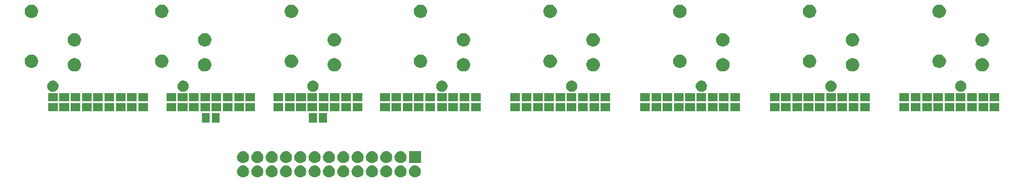
<source format=gbs>
G04 #@! TF.GenerationSoftware,KiCad,Pcbnew,(5.1.0-0)*
G04 #@! TF.CreationDate,2019-11-06T10:24:09+01:00*
G04 #@! TF.ProjectId,AddOnD,4164644f-6e44-42e6-9b69-6361645f7063,rev?*
G04 #@! TF.SameCoordinates,Original*
G04 #@! TF.FileFunction,Soldermask,Bot*
G04 #@! TF.FilePolarity,Negative*
%FSLAX46Y46*%
G04 Gerber Fmt 4.6, Leading zero omitted, Abs format (unit mm)*
G04 Created by KiCad (PCBNEW (5.1.0-0)) date 2019-11-06 10:24:09*
%MOMM*%
%LPD*%
G04 APERTURE LIST*
%ADD10C,0.100000*%
G04 APERTURE END LIST*
D10*
G36*
X84408500Y58708211D02*
G01*
X84608994Y58647392D01*
X84793759Y58548633D01*
X84793762Y58548631D01*
X84793763Y58548630D01*
X84955718Y58415718D01*
X85088630Y58253763D01*
X85088633Y58253759D01*
X85187392Y58068994D01*
X85248211Y57868500D01*
X85268746Y57660000D01*
X85248211Y57451500D01*
X85187392Y57251006D01*
X85088633Y57066241D01*
X85088631Y57066238D01*
X85088630Y57066237D01*
X84955718Y56904282D01*
X84793763Y56771370D01*
X84793759Y56771367D01*
X84608994Y56672608D01*
X84408500Y56611789D01*
X84252251Y56596400D01*
X84147749Y56596400D01*
X83991500Y56611789D01*
X83791006Y56672608D01*
X83606241Y56771367D01*
X83606237Y56771370D01*
X83444282Y56904282D01*
X83311370Y57066237D01*
X83311369Y57066238D01*
X83311367Y57066241D01*
X83212608Y57251006D01*
X83151789Y57451500D01*
X83131254Y57660000D01*
X83151789Y57868500D01*
X83212608Y58068994D01*
X83311367Y58253759D01*
X83311370Y58253763D01*
X83444282Y58415718D01*
X83606237Y58548630D01*
X83606238Y58548631D01*
X83606241Y58548633D01*
X83791006Y58647392D01*
X83991500Y58708211D01*
X84147749Y58723600D01*
X84252251Y58723600D01*
X84408500Y58708211D01*
X84408500Y58708211D01*
G37*
G36*
X81868500Y58708211D02*
G01*
X82068994Y58647392D01*
X82253759Y58548633D01*
X82253762Y58548631D01*
X82253763Y58548630D01*
X82415718Y58415718D01*
X82548630Y58253763D01*
X82548633Y58253759D01*
X82647392Y58068994D01*
X82708211Y57868500D01*
X82728746Y57660000D01*
X82708211Y57451500D01*
X82647392Y57251006D01*
X82548633Y57066241D01*
X82548631Y57066238D01*
X82548630Y57066237D01*
X82415718Y56904282D01*
X82253763Y56771370D01*
X82253759Y56771367D01*
X82068994Y56672608D01*
X81868500Y56611789D01*
X81712251Y56596400D01*
X81607749Y56596400D01*
X81451500Y56611789D01*
X81251006Y56672608D01*
X81066241Y56771367D01*
X81066237Y56771370D01*
X80904282Y56904282D01*
X80771370Y57066237D01*
X80771369Y57066238D01*
X80771367Y57066241D01*
X80672608Y57251006D01*
X80611789Y57451500D01*
X80591254Y57660000D01*
X80611789Y57868500D01*
X80672608Y58068994D01*
X80771367Y58253759D01*
X80771370Y58253763D01*
X80904282Y58415718D01*
X81066237Y58548630D01*
X81066238Y58548631D01*
X81066241Y58548633D01*
X81251006Y58647392D01*
X81451500Y58708211D01*
X81607749Y58723600D01*
X81712251Y58723600D01*
X81868500Y58708211D01*
X81868500Y58708211D01*
G37*
G36*
X79328500Y58708211D02*
G01*
X79528994Y58647392D01*
X79713759Y58548633D01*
X79713762Y58548631D01*
X79713763Y58548630D01*
X79875718Y58415718D01*
X80008630Y58253763D01*
X80008633Y58253759D01*
X80107392Y58068994D01*
X80168211Y57868500D01*
X80188746Y57660000D01*
X80168211Y57451500D01*
X80107392Y57251006D01*
X80008633Y57066241D01*
X80008631Y57066238D01*
X80008630Y57066237D01*
X79875718Y56904282D01*
X79713763Y56771370D01*
X79713759Y56771367D01*
X79528994Y56672608D01*
X79328500Y56611789D01*
X79172251Y56596400D01*
X79067749Y56596400D01*
X78911500Y56611789D01*
X78711006Y56672608D01*
X78526241Y56771367D01*
X78526237Y56771370D01*
X78364282Y56904282D01*
X78231370Y57066237D01*
X78231369Y57066238D01*
X78231367Y57066241D01*
X78132608Y57251006D01*
X78071789Y57451500D01*
X78051254Y57660000D01*
X78071789Y57868500D01*
X78132608Y58068994D01*
X78231367Y58253759D01*
X78231370Y58253763D01*
X78364282Y58415718D01*
X78526237Y58548630D01*
X78526238Y58548631D01*
X78526241Y58548633D01*
X78711006Y58647392D01*
X78911500Y58708211D01*
X79067749Y58723600D01*
X79172251Y58723600D01*
X79328500Y58708211D01*
X79328500Y58708211D01*
G37*
G36*
X76788500Y58708211D02*
G01*
X76988994Y58647392D01*
X77173759Y58548633D01*
X77173762Y58548631D01*
X77173763Y58548630D01*
X77335718Y58415718D01*
X77468630Y58253763D01*
X77468633Y58253759D01*
X77567392Y58068994D01*
X77628211Y57868500D01*
X77648746Y57660000D01*
X77628211Y57451500D01*
X77567392Y57251006D01*
X77468633Y57066241D01*
X77468631Y57066238D01*
X77468630Y57066237D01*
X77335718Y56904282D01*
X77173763Y56771370D01*
X77173759Y56771367D01*
X76988994Y56672608D01*
X76788500Y56611789D01*
X76632251Y56596400D01*
X76527749Y56596400D01*
X76371500Y56611789D01*
X76171006Y56672608D01*
X75986241Y56771367D01*
X75986237Y56771370D01*
X75824282Y56904282D01*
X75691370Y57066237D01*
X75691369Y57066238D01*
X75691367Y57066241D01*
X75592608Y57251006D01*
X75531789Y57451500D01*
X75511254Y57660000D01*
X75531789Y57868500D01*
X75592608Y58068994D01*
X75691367Y58253759D01*
X75691370Y58253763D01*
X75824282Y58415718D01*
X75986237Y58548630D01*
X75986238Y58548631D01*
X75986241Y58548633D01*
X76171006Y58647392D01*
X76371500Y58708211D01*
X76527749Y58723600D01*
X76632251Y58723600D01*
X76788500Y58708211D01*
X76788500Y58708211D01*
G37*
G36*
X74248500Y58708211D02*
G01*
X74448994Y58647392D01*
X74633759Y58548633D01*
X74633762Y58548631D01*
X74633763Y58548630D01*
X74795718Y58415718D01*
X74928630Y58253763D01*
X74928633Y58253759D01*
X75027392Y58068994D01*
X75088211Y57868500D01*
X75108746Y57660000D01*
X75088211Y57451500D01*
X75027392Y57251006D01*
X74928633Y57066241D01*
X74928631Y57066238D01*
X74928630Y57066237D01*
X74795718Y56904282D01*
X74633763Y56771370D01*
X74633759Y56771367D01*
X74448994Y56672608D01*
X74248500Y56611789D01*
X74092251Y56596400D01*
X73987749Y56596400D01*
X73831500Y56611789D01*
X73631006Y56672608D01*
X73446241Y56771367D01*
X73446237Y56771370D01*
X73284282Y56904282D01*
X73151370Y57066237D01*
X73151369Y57066238D01*
X73151367Y57066241D01*
X73052608Y57251006D01*
X72991789Y57451500D01*
X72971254Y57660000D01*
X72991789Y57868500D01*
X73052608Y58068994D01*
X73151367Y58253759D01*
X73151370Y58253763D01*
X73284282Y58415718D01*
X73446237Y58548630D01*
X73446238Y58548631D01*
X73446241Y58548633D01*
X73631006Y58647392D01*
X73831500Y58708211D01*
X73987749Y58723600D01*
X74092251Y58723600D01*
X74248500Y58708211D01*
X74248500Y58708211D01*
G37*
G36*
X71708500Y58708211D02*
G01*
X71908994Y58647392D01*
X72093759Y58548633D01*
X72093762Y58548631D01*
X72093763Y58548630D01*
X72255718Y58415718D01*
X72388630Y58253763D01*
X72388633Y58253759D01*
X72487392Y58068994D01*
X72548211Y57868500D01*
X72568746Y57660000D01*
X72548211Y57451500D01*
X72487392Y57251006D01*
X72388633Y57066241D01*
X72388631Y57066238D01*
X72388630Y57066237D01*
X72255718Y56904282D01*
X72093763Y56771370D01*
X72093759Y56771367D01*
X71908994Y56672608D01*
X71708500Y56611789D01*
X71552251Y56596400D01*
X71447749Y56596400D01*
X71291500Y56611789D01*
X71091006Y56672608D01*
X70906241Y56771367D01*
X70906237Y56771370D01*
X70744282Y56904282D01*
X70611370Y57066237D01*
X70611369Y57066238D01*
X70611367Y57066241D01*
X70512608Y57251006D01*
X70451789Y57451500D01*
X70431254Y57660000D01*
X70451789Y57868500D01*
X70512608Y58068994D01*
X70611367Y58253759D01*
X70611370Y58253763D01*
X70744282Y58415718D01*
X70906237Y58548630D01*
X70906238Y58548631D01*
X70906241Y58548633D01*
X71091006Y58647392D01*
X71291500Y58708211D01*
X71447749Y58723600D01*
X71552251Y58723600D01*
X71708500Y58708211D01*
X71708500Y58708211D01*
G37*
G36*
X69168500Y58708211D02*
G01*
X69368994Y58647392D01*
X69553759Y58548633D01*
X69553762Y58548631D01*
X69553763Y58548630D01*
X69715718Y58415718D01*
X69848630Y58253763D01*
X69848633Y58253759D01*
X69947392Y58068994D01*
X70008211Y57868500D01*
X70028746Y57660000D01*
X70008211Y57451500D01*
X69947392Y57251006D01*
X69848633Y57066241D01*
X69848631Y57066238D01*
X69848630Y57066237D01*
X69715718Y56904282D01*
X69553763Y56771370D01*
X69553759Y56771367D01*
X69368994Y56672608D01*
X69168500Y56611789D01*
X69012251Y56596400D01*
X68907749Y56596400D01*
X68751500Y56611789D01*
X68551006Y56672608D01*
X68366241Y56771367D01*
X68366237Y56771370D01*
X68204282Y56904282D01*
X68071370Y57066237D01*
X68071369Y57066238D01*
X68071367Y57066241D01*
X67972608Y57251006D01*
X67911789Y57451500D01*
X67891254Y57660000D01*
X67911789Y57868500D01*
X67972608Y58068994D01*
X68071367Y58253759D01*
X68071370Y58253763D01*
X68204282Y58415718D01*
X68366237Y58548630D01*
X68366238Y58548631D01*
X68366241Y58548633D01*
X68551006Y58647392D01*
X68751500Y58708211D01*
X68907749Y58723600D01*
X69012251Y58723600D01*
X69168500Y58708211D01*
X69168500Y58708211D01*
G37*
G36*
X66628500Y58708211D02*
G01*
X66828994Y58647392D01*
X67013759Y58548633D01*
X67013762Y58548631D01*
X67013763Y58548630D01*
X67175718Y58415718D01*
X67308630Y58253763D01*
X67308633Y58253759D01*
X67407392Y58068994D01*
X67468211Y57868500D01*
X67488746Y57660000D01*
X67468211Y57451500D01*
X67407392Y57251006D01*
X67308633Y57066241D01*
X67308631Y57066238D01*
X67308630Y57066237D01*
X67175718Y56904282D01*
X67013763Y56771370D01*
X67013759Y56771367D01*
X66828994Y56672608D01*
X66628500Y56611789D01*
X66472251Y56596400D01*
X66367749Y56596400D01*
X66211500Y56611789D01*
X66011006Y56672608D01*
X65826241Y56771367D01*
X65826237Y56771370D01*
X65664282Y56904282D01*
X65531370Y57066237D01*
X65531369Y57066238D01*
X65531367Y57066241D01*
X65432608Y57251006D01*
X65371789Y57451500D01*
X65351254Y57660000D01*
X65371789Y57868500D01*
X65432608Y58068994D01*
X65531367Y58253759D01*
X65531370Y58253763D01*
X65664282Y58415718D01*
X65826237Y58548630D01*
X65826238Y58548631D01*
X65826241Y58548633D01*
X66011006Y58647392D01*
X66211500Y58708211D01*
X66367749Y58723600D01*
X66472251Y58723600D01*
X66628500Y58708211D01*
X66628500Y58708211D01*
G37*
G36*
X64088500Y58708211D02*
G01*
X64288994Y58647392D01*
X64473759Y58548633D01*
X64473762Y58548631D01*
X64473763Y58548630D01*
X64635718Y58415718D01*
X64768630Y58253763D01*
X64768633Y58253759D01*
X64867392Y58068994D01*
X64928211Y57868500D01*
X64948746Y57660000D01*
X64928211Y57451500D01*
X64867392Y57251006D01*
X64768633Y57066241D01*
X64768631Y57066238D01*
X64768630Y57066237D01*
X64635718Y56904282D01*
X64473763Y56771370D01*
X64473759Y56771367D01*
X64288994Y56672608D01*
X64088500Y56611789D01*
X63932251Y56596400D01*
X63827749Y56596400D01*
X63671500Y56611789D01*
X63471006Y56672608D01*
X63286241Y56771367D01*
X63286237Y56771370D01*
X63124282Y56904282D01*
X62991370Y57066237D01*
X62991369Y57066238D01*
X62991367Y57066241D01*
X62892608Y57251006D01*
X62831789Y57451500D01*
X62811254Y57660000D01*
X62831789Y57868500D01*
X62892608Y58068994D01*
X62991367Y58253759D01*
X62991370Y58253763D01*
X63124282Y58415718D01*
X63286237Y58548630D01*
X63286238Y58548631D01*
X63286241Y58548633D01*
X63471006Y58647392D01*
X63671500Y58708211D01*
X63827749Y58723600D01*
X63932251Y58723600D01*
X64088500Y58708211D01*
X64088500Y58708211D01*
G37*
G36*
X61548500Y58708211D02*
G01*
X61748994Y58647392D01*
X61933759Y58548633D01*
X61933762Y58548631D01*
X61933763Y58548630D01*
X62095718Y58415718D01*
X62228630Y58253763D01*
X62228633Y58253759D01*
X62327392Y58068994D01*
X62388211Y57868500D01*
X62408746Y57660000D01*
X62388211Y57451500D01*
X62327392Y57251006D01*
X62228633Y57066241D01*
X62228631Y57066238D01*
X62228630Y57066237D01*
X62095718Y56904282D01*
X61933763Y56771370D01*
X61933759Y56771367D01*
X61748994Y56672608D01*
X61548500Y56611789D01*
X61392251Y56596400D01*
X61287749Y56596400D01*
X61131500Y56611789D01*
X60931006Y56672608D01*
X60746241Y56771367D01*
X60746237Y56771370D01*
X60584282Y56904282D01*
X60451370Y57066237D01*
X60451369Y57066238D01*
X60451367Y57066241D01*
X60352608Y57251006D01*
X60291789Y57451500D01*
X60271254Y57660000D01*
X60291789Y57868500D01*
X60352608Y58068994D01*
X60451367Y58253759D01*
X60451370Y58253763D01*
X60584282Y58415718D01*
X60746237Y58548630D01*
X60746238Y58548631D01*
X60746241Y58548633D01*
X60931006Y58647392D01*
X61131500Y58708211D01*
X61287749Y58723600D01*
X61392251Y58723600D01*
X61548500Y58708211D01*
X61548500Y58708211D01*
G37*
G36*
X59008500Y58708211D02*
G01*
X59208994Y58647392D01*
X59393759Y58548633D01*
X59393762Y58548631D01*
X59393763Y58548630D01*
X59555718Y58415718D01*
X59688630Y58253763D01*
X59688633Y58253759D01*
X59787392Y58068994D01*
X59848211Y57868500D01*
X59868746Y57660000D01*
X59848211Y57451500D01*
X59787392Y57251006D01*
X59688633Y57066241D01*
X59688631Y57066238D01*
X59688630Y57066237D01*
X59555718Y56904282D01*
X59393763Y56771370D01*
X59393759Y56771367D01*
X59208994Y56672608D01*
X59008500Y56611789D01*
X58852251Y56596400D01*
X58747749Y56596400D01*
X58591500Y56611789D01*
X58391006Y56672608D01*
X58206241Y56771367D01*
X58206237Y56771370D01*
X58044282Y56904282D01*
X57911370Y57066237D01*
X57911369Y57066238D01*
X57911367Y57066241D01*
X57812608Y57251006D01*
X57751789Y57451500D01*
X57731254Y57660000D01*
X57751789Y57868500D01*
X57812608Y58068994D01*
X57911367Y58253759D01*
X57911370Y58253763D01*
X58044282Y58415718D01*
X58206237Y58548630D01*
X58206238Y58548631D01*
X58206241Y58548633D01*
X58391006Y58647392D01*
X58591500Y58708211D01*
X58747749Y58723600D01*
X58852251Y58723600D01*
X59008500Y58708211D01*
X59008500Y58708211D01*
G37*
G36*
X56468500Y58708211D02*
G01*
X56668994Y58647392D01*
X56853759Y58548633D01*
X56853762Y58548631D01*
X56853763Y58548630D01*
X57015718Y58415718D01*
X57148630Y58253763D01*
X57148633Y58253759D01*
X57247392Y58068994D01*
X57308211Y57868500D01*
X57328746Y57660000D01*
X57308211Y57451500D01*
X57247392Y57251006D01*
X57148633Y57066241D01*
X57148631Y57066238D01*
X57148630Y57066237D01*
X57015718Y56904282D01*
X56853763Y56771370D01*
X56853759Y56771367D01*
X56668994Y56672608D01*
X56468500Y56611789D01*
X56312251Y56596400D01*
X56207749Y56596400D01*
X56051500Y56611789D01*
X55851006Y56672608D01*
X55666241Y56771367D01*
X55666237Y56771370D01*
X55504282Y56904282D01*
X55371370Y57066237D01*
X55371369Y57066238D01*
X55371367Y57066241D01*
X55272608Y57251006D01*
X55211789Y57451500D01*
X55191254Y57660000D01*
X55211789Y57868500D01*
X55272608Y58068994D01*
X55371367Y58253759D01*
X55371370Y58253763D01*
X55504282Y58415718D01*
X55666237Y58548630D01*
X55666238Y58548631D01*
X55666241Y58548633D01*
X55851006Y58647392D01*
X56051500Y58708211D01*
X56207749Y58723600D01*
X56312251Y58723600D01*
X56468500Y58708211D01*
X56468500Y58708211D01*
G37*
G36*
X53928500Y58708211D02*
G01*
X54128994Y58647392D01*
X54313759Y58548633D01*
X54313762Y58548631D01*
X54313763Y58548630D01*
X54475718Y58415718D01*
X54608630Y58253763D01*
X54608633Y58253759D01*
X54707392Y58068994D01*
X54768211Y57868500D01*
X54788746Y57660000D01*
X54768211Y57451500D01*
X54707392Y57251006D01*
X54608633Y57066241D01*
X54608631Y57066238D01*
X54608630Y57066237D01*
X54475718Y56904282D01*
X54313763Y56771370D01*
X54313759Y56771367D01*
X54128994Y56672608D01*
X53928500Y56611789D01*
X53772251Y56596400D01*
X53667749Y56596400D01*
X53511500Y56611789D01*
X53311006Y56672608D01*
X53126241Y56771367D01*
X53126237Y56771370D01*
X52964282Y56904282D01*
X52831370Y57066237D01*
X52831369Y57066238D01*
X52831367Y57066241D01*
X52732608Y57251006D01*
X52671789Y57451500D01*
X52651254Y57660000D01*
X52671789Y57868500D01*
X52732608Y58068994D01*
X52831367Y58253759D01*
X52831370Y58253763D01*
X52964282Y58415718D01*
X53126237Y58548630D01*
X53126238Y58548631D01*
X53126241Y58548633D01*
X53311006Y58647392D01*
X53511500Y58708211D01*
X53667749Y58723600D01*
X53772251Y58723600D01*
X53928500Y58708211D01*
X53928500Y58708211D01*
G37*
G36*
X69168500Y61248211D02*
G01*
X69368994Y61187392D01*
X69553759Y61088633D01*
X69553762Y61088631D01*
X69553763Y61088630D01*
X69715718Y60955718D01*
X69848630Y60793763D01*
X69848633Y60793759D01*
X69947392Y60608994D01*
X70008211Y60408500D01*
X70028746Y60200000D01*
X70008211Y59991500D01*
X69947392Y59791006D01*
X69848633Y59606241D01*
X69848631Y59606238D01*
X69848630Y59606237D01*
X69715718Y59444282D01*
X69553763Y59311370D01*
X69553759Y59311367D01*
X69368994Y59212608D01*
X69168500Y59151789D01*
X69012251Y59136400D01*
X68907749Y59136400D01*
X68751500Y59151789D01*
X68551006Y59212608D01*
X68366241Y59311367D01*
X68366237Y59311370D01*
X68204282Y59444282D01*
X68071370Y59606237D01*
X68071369Y59606238D01*
X68071367Y59606241D01*
X67972608Y59791006D01*
X67911789Y59991500D01*
X67891254Y60200000D01*
X67911789Y60408500D01*
X67972608Y60608994D01*
X68071367Y60793759D01*
X68071370Y60793763D01*
X68204282Y60955718D01*
X68366237Y61088630D01*
X68366238Y61088631D01*
X68366241Y61088633D01*
X68551006Y61187392D01*
X68751500Y61248211D01*
X68907749Y61263600D01*
X69012251Y61263600D01*
X69168500Y61248211D01*
X69168500Y61248211D01*
G37*
G36*
X85263600Y59136400D02*
G01*
X83136400Y59136400D01*
X83136400Y61263600D01*
X85263600Y61263600D01*
X85263600Y59136400D01*
X85263600Y59136400D01*
G37*
G36*
X81868500Y61248211D02*
G01*
X82068994Y61187392D01*
X82253759Y61088633D01*
X82253762Y61088631D01*
X82253763Y61088630D01*
X82415718Y60955718D01*
X82548630Y60793763D01*
X82548633Y60793759D01*
X82647392Y60608994D01*
X82708211Y60408500D01*
X82728746Y60200000D01*
X82708211Y59991500D01*
X82647392Y59791006D01*
X82548633Y59606241D01*
X82548631Y59606238D01*
X82548630Y59606237D01*
X82415718Y59444282D01*
X82253763Y59311370D01*
X82253759Y59311367D01*
X82068994Y59212608D01*
X81868500Y59151789D01*
X81712251Y59136400D01*
X81607749Y59136400D01*
X81451500Y59151789D01*
X81251006Y59212608D01*
X81066241Y59311367D01*
X81066237Y59311370D01*
X80904282Y59444282D01*
X80771370Y59606237D01*
X80771369Y59606238D01*
X80771367Y59606241D01*
X80672608Y59791006D01*
X80611789Y59991500D01*
X80591254Y60200000D01*
X80611789Y60408500D01*
X80672608Y60608994D01*
X80771367Y60793759D01*
X80771370Y60793763D01*
X80904282Y60955718D01*
X81066237Y61088630D01*
X81066238Y61088631D01*
X81066241Y61088633D01*
X81251006Y61187392D01*
X81451500Y61248211D01*
X81607749Y61263600D01*
X81712251Y61263600D01*
X81868500Y61248211D01*
X81868500Y61248211D01*
G37*
G36*
X53928500Y61248211D02*
G01*
X54128994Y61187392D01*
X54313759Y61088633D01*
X54313762Y61088631D01*
X54313763Y61088630D01*
X54475718Y60955718D01*
X54608630Y60793763D01*
X54608633Y60793759D01*
X54707392Y60608994D01*
X54768211Y60408500D01*
X54788746Y60200000D01*
X54768211Y59991500D01*
X54707392Y59791006D01*
X54608633Y59606241D01*
X54608631Y59606238D01*
X54608630Y59606237D01*
X54475718Y59444282D01*
X54313763Y59311370D01*
X54313759Y59311367D01*
X54128994Y59212608D01*
X53928500Y59151789D01*
X53772251Y59136400D01*
X53667749Y59136400D01*
X53511500Y59151789D01*
X53311006Y59212608D01*
X53126241Y59311367D01*
X53126237Y59311370D01*
X52964282Y59444282D01*
X52831370Y59606237D01*
X52831369Y59606238D01*
X52831367Y59606241D01*
X52732608Y59791006D01*
X52671789Y59991500D01*
X52651254Y60200000D01*
X52671789Y60408500D01*
X52732608Y60608994D01*
X52831367Y60793759D01*
X52831370Y60793763D01*
X52964282Y60955718D01*
X53126237Y61088630D01*
X53126238Y61088631D01*
X53126241Y61088633D01*
X53311006Y61187392D01*
X53511500Y61248211D01*
X53667749Y61263600D01*
X53772251Y61263600D01*
X53928500Y61248211D01*
X53928500Y61248211D01*
G37*
G36*
X56468500Y61248211D02*
G01*
X56668994Y61187392D01*
X56853759Y61088633D01*
X56853762Y61088631D01*
X56853763Y61088630D01*
X57015718Y60955718D01*
X57148630Y60793763D01*
X57148633Y60793759D01*
X57247392Y60608994D01*
X57308211Y60408500D01*
X57328746Y60200000D01*
X57308211Y59991500D01*
X57247392Y59791006D01*
X57148633Y59606241D01*
X57148631Y59606238D01*
X57148630Y59606237D01*
X57015718Y59444282D01*
X56853763Y59311370D01*
X56853759Y59311367D01*
X56668994Y59212608D01*
X56468500Y59151789D01*
X56312251Y59136400D01*
X56207749Y59136400D01*
X56051500Y59151789D01*
X55851006Y59212608D01*
X55666241Y59311367D01*
X55666237Y59311370D01*
X55504282Y59444282D01*
X55371370Y59606237D01*
X55371369Y59606238D01*
X55371367Y59606241D01*
X55272608Y59791006D01*
X55211789Y59991500D01*
X55191254Y60200000D01*
X55211789Y60408500D01*
X55272608Y60608994D01*
X55371367Y60793759D01*
X55371370Y60793763D01*
X55504282Y60955718D01*
X55666237Y61088630D01*
X55666238Y61088631D01*
X55666241Y61088633D01*
X55851006Y61187392D01*
X56051500Y61248211D01*
X56207749Y61263600D01*
X56312251Y61263600D01*
X56468500Y61248211D01*
X56468500Y61248211D01*
G37*
G36*
X59008500Y61248211D02*
G01*
X59208994Y61187392D01*
X59393759Y61088633D01*
X59393762Y61088631D01*
X59393763Y61088630D01*
X59555718Y60955718D01*
X59688630Y60793763D01*
X59688633Y60793759D01*
X59787392Y60608994D01*
X59848211Y60408500D01*
X59868746Y60200000D01*
X59848211Y59991500D01*
X59787392Y59791006D01*
X59688633Y59606241D01*
X59688631Y59606238D01*
X59688630Y59606237D01*
X59555718Y59444282D01*
X59393763Y59311370D01*
X59393759Y59311367D01*
X59208994Y59212608D01*
X59008500Y59151789D01*
X58852251Y59136400D01*
X58747749Y59136400D01*
X58591500Y59151789D01*
X58391006Y59212608D01*
X58206241Y59311367D01*
X58206237Y59311370D01*
X58044282Y59444282D01*
X57911370Y59606237D01*
X57911369Y59606238D01*
X57911367Y59606241D01*
X57812608Y59791006D01*
X57751789Y59991500D01*
X57731254Y60200000D01*
X57751789Y60408500D01*
X57812608Y60608994D01*
X57911367Y60793759D01*
X57911370Y60793763D01*
X58044282Y60955718D01*
X58206237Y61088630D01*
X58206238Y61088631D01*
X58206241Y61088633D01*
X58391006Y61187392D01*
X58591500Y61248211D01*
X58747749Y61263600D01*
X58852251Y61263600D01*
X59008500Y61248211D01*
X59008500Y61248211D01*
G37*
G36*
X61548500Y61248211D02*
G01*
X61748994Y61187392D01*
X61933759Y61088633D01*
X61933762Y61088631D01*
X61933763Y61088630D01*
X62095718Y60955718D01*
X62228630Y60793763D01*
X62228633Y60793759D01*
X62327392Y60608994D01*
X62388211Y60408500D01*
X62408746Y60200000D01*
X62388211Y59991500D01*
X62327392Y59791006D01*
X62228633Y59606241D01*
X62228631Y59606238D01*
X62228630Y59606237D01*
X62095718Y59444282D01*
X61933763Y59311370D01*
X61933759Y59311367D01*
X61748994Y59212608D01*
X61548500Y59151789D01*
X61392251Y59136400D01*
X61287749Y59136400D01*
X61131500Y59151789D01*
X60931006Y59212608D01*
X60746241Y59311367D01*
X60746237Y59311370D01*
X60584282Y59444282D01*
X60451370Y59606237D01*
X60451369Y59606238D01*
X60451367Y59606241D01*
X60352608Y59791006D01*
X60291789Y59991500D01*
X60271254Y60200000D01*
X60291789Y60408500D01*
X60352608Y60608994D01*
X60451367Y60793759D01*
X60451370Y60793763D01*
X60584282Y60955718D01*
X60746237Y61088630D01*
X60746238Y61088631D01*
X60746241Y61088633D01*
X60931006Y61187392D01*
X61131500Y61248211D01*
X61287749Y61263600D01*
X61392251Y61263600D01*
X61548500Y61248211D01*
X61548500Y61248211D01*
G37*
G36*
X64088500Y61248211D02*
G01*
X64288994Y61187392D01*
X64473759Y61088633D01*
X64473762Y61088631D01*
X64473763Y61088630D01*
X64635718Y60955718D01*
X64768630Y60793763D01*
X64768633Y60793759D01*
X64867392Y60608994D01*
X64928211Y60408500D01*
X64948746Y60200000D01*
X64928211Y59991500D01*
X64867392Y59791006D01*
X64768633Y59606241D01*
X64768631Y59606238D01*
X64768630Y59606237D01*
X64635718Y59444282D01*
X64473763Y59311370D01*
X64473759Y59311367D01*
X64288994Y59212608D01*
X64088500Y59151789D01*
X63932251Y59136400D01*
X63827749Y59136400D01*
X63671500Y59151789D01*
X63471006Y59212608D01*
X63286241Y59311367D01*
X63286237Y59311370D01*
X63124282Y59444282D01*
X62991370Y59606237D01*
X62991369Y59606238D01*
X62991367Y59606241D01*
X62892608Y59791006D01*
X62831789Y59991500D01*
X62811254Y60200000D01*
X62831789Y60408500D01*
X62892608Y60608994D01*
X62991367Y60793759D01*
X62991370Y60793763D01*
X63124282Y60955718D01*
X63286237Y61088630D01*
X63286238Y61088631D01*
X63286241Y61088633D01*
X63471006Y61187392D01*
X63671500Y61248211D01*
X63827749Y61263600D01*
X63932251Y61263600D01*
X64088500Y61248211D01*
X64088500Y61248211D01*
G37*
G36*
X66628500Y61248211D02*
G01*
X66828994Y61187392D01*
X67013759Y61088633D01*
X67013762Y61088631D01*
X67013763Y61088630D01*
X67175718Y60955718D01*
X67308630Y60793763D01*
X67308633Y60793759D01*
X67407392Y60608994D01*
X67468211Y60408500D01*
X67488746Y60200000D01*
X67468211Y59991500D01*
X67407392Y59791006D01*
X67308633Y59606241D01*
X67308631Y59606238D01*
X67308630Y59606237D01*
X67175718Y59444282D01*
X67013763Y59311370D01*
X67013759Y59311367D01*
X66828994Y59212608D01*
X66628500Y59151789D01*
X66472251Y59136400D01*
X66367749Y59136400D01*
X66211500Y59151789D01*
X66011006Y59212608D01*
X65826241Y59311367D01*
X65826237Y59311370D01*
X65664282Y59444282D01*
X65531370Y59606237D01*
X65531369Y59606238D01*
X65531367Y59606241D01*
X65432608Y59791006D01*
X65371789Y59991500D01*
X65351254Y60200000D01*
X65371789Y60408500D01*
X65432608Y60608994D01*
X65531367Y60793759D01*
X65531370Y60793763D01*
X65664282Y60955718D01*
X65826237Y61088630D01*
X65826238Y61088631D01*
X65826241Y61088633D01*
X66011006Y61187392D01*
X66211500Y61248211D01*
X66367749Y61263600D01*
X66472251Y61263600D01*
X66628500Y61248211D01*
X66628500Y61248211D01*
G37*
G36*
X71708500Y61248211D02*
G01*
X71908994Y61187392D01*
X72093759Y61088633D01*
X72093762Y61088631D01*
X72093763Y61088630D01*
X72255718Y60955718D01*
X72388630Y60793763D01*
X72388633Y60793759D01*
X72487392Y60608994D01*
X72548211Y60408500D01*
X72568746Y60200000D01*
X72548211Y59991500D01*
X72487392Y59791006D01*
X72388633Y59606241D01*
X72388631Y59606238D01*
X72388630Y59606237D01*
X72255718Y59444282D01*
X72093763Y59311370D01*
X72093759Y59311367D01*
X71908994Y59212608D01*
X71708500Y59151789D01*
X71552251Y59136400D01*
X71447749Y59136400D01*
X71291500Y59151789D01*
X71091006Y59212608D01*
X70906241Y59311367D01*
X70906237Y59311370D01*
X70744282Y59444282D01*
X70611370Y59606237D01*
X70611369Y59606238D01*
X70611367Y59606241D01*
X70512608Y59791006D01*
X70451789Y59991500D01*
X70431254Y60200000D01*
X70451789Y60408500D01*
X70512608Y60608994D01*
X70611367Y60793759D01*
X70611370Y60793763D01*
X70744282Y60955718D01*
X70906237Y61088630D01*
X70906238Y61088631D01*
X70906241Y61088633D01*
X71091006Y61187392D01*
X71291500Y61248211D01*
X71447749Y61263600D01*
X71552251Y61263600D01*
X71708500Y61248211D01*
X71708500Y61248211D01*
G37*
G36*
X74248500Y61248211D02*
G01*
X74448994Y61187392D01*
X74633759Y61088633D01*
X74633762Y61088631D01*
X74633763Y61088630D01*
X74795718Y60955718D01*
X74928630Y60793763D01*
X74928633Y60793759D01*
X75027392Y60608994D01*
X75088211Y60408500D01*
X75108746Y60200000D01*
X75088211Y59991500D01*
X75027392Y59791006D01*
X74928633Y59606241D01*
X74928631Y59606238D01*
X74928630Y59606237D01*
X74795718Y59444282D01*
X74633763Y59311370D01*
X74633759Y59311367D01*
X74448994Y59212608D01*
X74248500Y59151789D01*
X74092251Y59136400D01*
X73987749Y59136400D01*
X73831500Y59151789D01*
X73631006Y59212608D01*
X73446241Y59311367D01*
X73446237Y59311370D01*
X73284282Y59444282D01*
X73151370Y59606237D01*
X73151369Y59606238D01*
X73151367Y59606241D01*
X73052608Y59791006D01*
X72991789Y59991500D01*
X72971254Y60200000D01*
X72991789Y60408500D01*
X73052608Y60608994D01*
X73151367Y60793759D01*
X73151370Y60793763D01*
X73284282Y60955718D01*
X73446237Y61088630D01*
X73446238Y61088631D01*
X73446241Y61088633D01*
X73631006Y61187392D01*
X73831500Y61248211D01*
X73987749Y61263600D01*
X74092251Y61263600D01*
X74248500Y61248211D01*
X74248500Y61248211D01*
G37*
G36*
X76788500Y61248211D02*
G01*
X76988994Y61187392D01*
X77173759Y61088633D01*
X77173762Y61088631D01*
X77173763Y61088630D01*
X77335718Y60955718D01*
X77468630Y60793763D01*
X77468633Y60793759D01*
X77567392Y60608994D01*
X77628211Y60408500D01*
X77648746Y60200000D01*
X77628211Y59991500D01*
X77567392Y59791006D01*
X77468633Y59606241D01*
X77468631Y59606238D01*
X77468630Y59606237D01*
X77335718Y59444282D01*
X77173763Y59311370D01*
X77173759Y59311367D01*
X76988994Y59212608D01*
X76788500Y59151789D01*
X76632251Y59136400D01*
X76527749Y59136400D01*
X76371500Y59151789D01*
X76171006Y59212608D01*
X75986241Y59311367D01*
X75986237Y59311370D01*
X75824282Y59444282D01*
X75691370Y59606237D01*
X75691369Y59606238D01*
X75691367Y59606241D01*
X75592608Y59791006D01*
X75531789Y59991500D01*
X75511254Y60200000D01*
X75531789Y60408500D01*
X75592608Y60608994D01*
X75691367Y60793759D01*
X75691370Y60793763D01*
X75824282Y60955718D01*
X75986237Y61088630D01*
X75986238Y61088631D01*
X75986241Y61088633D01*
X76171006Y61187392D01*
X76371500Y61248211D01*
X76527749Y61263600D01*
X76632251Y61263600D01*
X76788500Y61248211D01*
X76788500Y61248211D01*
G37*
G36*
X79328500Y61248211D02*
G01*
X79528994Y61187392D01*
X79713759Y61088633D01*
X79713762Y61088631D01*
X79713763Y61088630D01*
X79875718Y60955718D01*
X80008630Y60793763D01*
X80008633Y60793759D01*
X80107392Y60608994D01*
X80168211Y60408500D01*
X80188746Y60200000D01*
X80168211Y59991500D01*
X80107392Y59791006D01*
X80008633Y59606241D01*
X80008631Y59606238D01*
X80008630Y59606237D01*
X79875718Y59444282D01*
X79713763Y59311370D01*
X79713759Y59311367D01*
X79528994Y59212608D01*
X79328500Y59151789D01*
X79172251Y59136400D01*
X79067749Y59136400D01*
X78911500Y59151789D01*
X78711006Y59212608D01*
X78526241Y59311367D01*
X78526237Y59311370D01*
X78364282Y59444282D01*
X78231370Y59606237D01*
X78231369Y59606238D01*
X78231367Y59606241D01*
X78132608Y59791006D01*
X78071789Y59991500D01*
X78051254Y60200000D01*
X78071789Y60408500D01*
X78132608Y60608994D01*
X78231367Y60793759D01*
X78231370Y60793763D01*
X78364282Y60955718D01*
X78526237Y61088630D01*
X78526238Y61088631D01*
X78526241Y61088633D01*
X78711006Y61187392D01*
X78911500Y61248211D01*
X79067749Y61263600D01*
X79172251Y61263600D01*
X79328500Y61248211D01*
X79328500Y61248211D01*
G37*
G36*
X68600000Y66350000D02*
G01*
X67200000Y66350000D01*
X67200000Y68050000D01*
X68600000Y68050000D01*
X68600000Y66350000D01*
X68600000Y66350000D01*
G37*
G36*
X47800000Y66350000D02*
G01*
X46400000Y66350000D01*
X46400000Y68050000D01*
X47800000Y68050000D01*
X47800000Y66350000D01*
X47800000Y66350000D01*
G37*
G36*
X49600000Y66350000D02*
G01*
X48200000Y66350000D01*
X48200000Y68050000D01*
X49600000Y68050000D01*
X49600000Y66350000D01*
X49600000Y66350000D01*
G37*
G36*
X66800000Y66350000D02*
G01*
X65400000Y66350000D01*
X65400000Y68050000D01*
X66800000Y68050000D01*
X66800000Y66350000D01*
X66800000Y66350000D01*
G37*
G36*
X112850000Y68400000D02*
G01*
X111150000Y68400000D01*
X111150000Y69800000D01*
X112850000Y69800000D01*
X112850000Y68400000D01*
X112850000Y68400000D01*
G37*
G36*
X110850000Y68400000D02*
G01*
X109150000Y68400000D01*
X109150000Y69800000D01*
X110850000Y69800000D01*
X110850000Y68400000D01*
X110850000Y68400000D01*
G37*
G36*
X108850000Y68400000D02*
G01*
X107150000Y68400000D01*
X107150000Y69800000D01*
X108850000Y69800000D01*
X108850000Y68400000D01*
X108850000Y68400000D01*
G37*
G36*
X106850000Y68400000D02*
G01*
X105150000Y68400000D01*
X105150000Y69800000D01*
X106850000Y69800000D01*
X106850000Y68400000D01*
X106850000Y68400000D01*
G37*
G36*
X104850000Y68400000D02*
G01*
X103150000Y68400000D01*
X103150000Y69800000D01*
X104850000Y69800000D01*
X104850000Y68400000D01*
X104850000Y68400000D01*
G37*
G36*
X102850000Y68400000D02*
G01*
X101150000Y68400000D01*
X101150000Y69800000D01*
X102850000Y69800000D01*
X102850000Y68400000D01*
X102850000Y68400000D01*
G37*
G36*
X95850000Y68400000D02*
G01*
X94150000Y68400000D01*
X94150000Y69800000D01*
X95850000Y69800000D01*
X95850000Y68400000D01*
X95850000Y68400000D01*
G37*
G36*
X93850000Y68400000D02*
G01*
X92150000Y68400000D01*
X92150000Y69800000D01*
X93850000Y69800000D01*
X93850000Y68400000D01*
X93850000Y68400000D01*
G37*
G36*
X91850000Y68400000D02*
G01*
X90150000Y68400000D01*
X90150000Y69800000D01*
X91850000Y69800000D01*
X91850000Y68400000D01*
X91850000Y68400000D01*
G37*
G36*
X89850000Y68400000D02*
G01*
X88150000Y68400000D01*
X88150000Y69800000D01*
X89850000Y69800000D01*
X89850000Y68400000D01*
X89850000Y68400000D01*
G37*
G36*
X87750000Y68400000D02*
G01*
X86050000Y68400000D01*
X86050000Y69800000D01*
X87750000Y69800000D01*
X87750000Y68400000D01*
X87750000Y68400000D01*
G37*
G36*
X85750000Y68400000D02*
G01*
X84050000Y68400000D01*
X84050000Y69800000D01*
X85750000Y69800000D01*
X85750000Y68400000D01*
X85750000Y68400000D01*
G37*
G36*
X83750000Y68400000D02*
G01*
X82050000Y68400000D01*
X82050000Y69800000D01*
X83750000Y69800000D01*
X83750000Y68400000D01*
X83750000Y68400000D01*
G37*
G36*
X81750000Y68400000D02*
G01*
X80050000Y68400000D01*
X80050000Y69800000D01*
X81750000Y69800000D01*
X81750000Y68400000D01*
X81750000Y68400000D01*
G37*
G36*
X79750000Y68400000D02*
G01*
X78050000Y68400000D01*
X78050000Y69800000D01*
X79750000Y69800000D01*
X79750000Y68400000D01*
X79750000Y68400000D01*
G37*
G36*
X74850000Y68400000D02*
G01*
X73150000Y68400000D01*
X73150000Y69800000D01*
X74850000Y69800000D01*
X74850000Y68400000D01*
X74850000Y68400000D01*
G37*
G36*
X72850000Y68400000D02*
G01*
X71150000Y68400000D01*
X71150000Y69800000D01*
X72850000Y69800000D01*
X72850000Y68400000D01*
X72850000Y68400000D01*
G37*
G36*
X70850000Y68400000D02*
G01*
X69150000Y68400000D01*
X69150000Y69800000D01*
X70850000Y69800000D01*
X70850000Y68400000D01*
X70850000Y68400000D01*
G37*
G36*
X68850000Y68400000D02*
G01*
X67150000Y68400000D01*
X67150000Y69800000D01*
X68850000Y69800000D01*
X68850000Y68400000D01*
X68850000Y68400000D01*
G37*
G36*
X66850000Y68400000D02*
G01*
X65150000Y68400000D01*
X65150000Y69800000D01*
X66850000Y69800000D01*
X66850000Y68400000D01*
X66850000Y68400000D01*
G37*
G36*
X64850000Y68400000D02*
G01*
X63150000Y68400000D01*
X63150000Y69800000D01*
X64850000Y69800000D01*
X64850000Y68400000D01*
X64850000Y68400000D01*
G37*
G36*
X62850000Y68400000D02*
G01*
X61150000Y68400000D01*
X61150000Y69800000D01*
X62850000Y69800000D01*
X62850000Y68400000D01*
X62850000Y68400000D01*
G37*
G36*
X60850000Y68400000D02*
G01*
X59150000Y68400000D01*
X59150000Y69800000D01*
X60850000Y69800000D01*
X60850000Y68400000D01*
X60850000Y68400000D01*
G37*
G36*
X55850000Y68400000D02*
G01*
X54150000Y68400000D01*
X54150000Y69800000D01*
X55850000Y69800000D01*
X55850000Y68400000D01*
X55850000Y68400000D01*
G37*
G36*
X53850000Y68400000D02*
G01*
X52150000Y68400000D01*
X52150000Y69800000D01*
X53850000Y69800000D01*
X53850000Y68400000D01*
X53850000Y68400000D01*
G37*
G36*
X51850000Y68400000D02*
G01*
X50150000Y68400000D01*
X50150000Y69800000D01*
X51850000Y69800000D01*
X51850000Y68400000D01*
X51850000Y68400000D01*
G37*
G36*
X49850000Y68400000D02*
G01*
X48150000Y68400000D01*
X48150000Y69800000D01*
X49850000Y69800000D01*
X49850000Y68400000D01*
X49850000Y68400000D01*
G37*
G36*
X47850000Y68400000D02*
G01*
X46150000Y68400000D01*
X46150000Y69800000D01*
X47850000Y69800000D01*
X47850000Y68400000D01*
X47850000Y68400000D01*
G37*
G36*
X45850000Y68400000D02*
G01*
X44150000Y68400000D01*
X44150000Y69800000D01*
X45850000Y69800000D01*
X45850000Y68400000D01*
X45850000Y68400000D01*
G37*
G36*
X43850000Y68400000D02*
G01*
X42150000Y68400000D01*
X42150000Y69800000D01*
X43850000Y69800000D01*
X43850000Y68400000D01*
X43850000Y68400000D01*
G37*
G36*
X41850000Y68400000D02*
G01*
X40150000Y68400000D01*
X40150000Y69800000D01*
X41850000Y69800000D01*
X41850000Y68400000D01*
X41850000Y68400000D01*
G37*
G36*
X36850000Y68400000D02*
G01*
X35150000Y68400000D01*
X35150000Y69800000D01*
X36850000Y69800000D01*
X36850000Y68400000D01*
X36850000Y68400000D01*
G37*
G36*
X34850000Y68400000D02*
G01*
X33150000Y68400000D01*
X33150000Y69800000D01*
X34850000Y69800000D01*
X34850000Y68400000D01*
X34850000Y68400000D01*
G37*
G36*
X32850000Y68400000D02*
G01*
X31150000Y68400000D01*
X31150000Y69800000D01*
X32850000Y69800000D01*
X32850000Y68400000D01*
X32850000Y68400000D01*
G37*
G36*
X30850000Y68400000D02*
G01*
X29150000Y68400000D01*
X29150000Y69800000D01*
X30850000Y69800000D01*
X30850000Y68400000D01*
X30850000Y68400000D01*
G37*
G36*
X28850000Y68400000D02*
G01*
X27150000Y68400000D01*
X27150000Y69800000D01*
X28850000Y69800000D01*
X28850000Y68400000D01*
X28850000Y68400000D01*
G37*
G36*
X26850000Y68400000D02*
G01*
X25150000Y68400000D01*
X25150000Y69800000D01*
X26850000Y69800000D01*
X26850000Y68400000D01*
X26850000Y68400000D01*
G37*
G36*
X24850000Y68400000D02*
G01*
X23150000Y68400000D01*
X23150000Y69800000D01*
X24850000Y69800000D01*
X24850000Y68400000D01*
X24850000Y68400000D01*
G37*
G36*
X22850000Y68400000D02*
G01*
X21150000Y68400000D01*
X21150000Y69800000D01*
X22850000Y69800000D01*
X22850000Y68400000D01*
X22850000Y68400000D01*
G37*
G36*
X20850000Y68400000D02*
G01*
X19150000Y68400000D01*
X19150000Y69800000D01*
X20850000Y69800000D01*
X20850000Y68400000D01*
X20850000Y68400000D01*
G37*
G36*
X173850000Y68400000D02*
G01*
X172150000Y68400000D01*
X172150000Y69800000D01*
X173850000Y69800000D01*
X173850000Y68400000D01*
X173850000Y68400000D01*
G37*
G36*
X171850000Y68400000D02*
G01*
X170150000Y68400000D01*
X170150000Y69800000D01*
X171850000Y69800000D01*
X171850000Y68400000D01*
X171850000Y68400000D01*
G37*
G36*
X175850000Y68400000D02*
G01*
X174150000Y68400000D01*
X174150000Y69800000D01*
X175850000Y69800000D01*
X175850000Y68400000D01*
X175850000Y68400000D01*
G37*
G36*
X150850000Y68400000D02*
G01*
X149150000Y68400000D01*
X149150000Y69800000D01*
X150850000Y69800000D01*
X150850000Y68400000D01*
X150850000Y68400000D01*
G37*
G36*
X148850000Y68400000D02*
G01*
X147150000Y68400000D01*
X147150000Y69800000D01*
X148850000Y69800000D01*
X148850000Y68400000D01*
X148850000Y68400000D01*
G37*
G36*
X152850000Y68400000D02*
G01*
X151150000Y68400000D01*
X151150000Y69800000D01*
X152850000Y69800000D01*
X152850000Y68400000D01*
X152850000Y68400000D01*
G37*
G36*
X127850000Y68400000D02*
G01*
X126150000Y68400000D01*
X126150000Y69800000D01*
X127850000Y69800000D01*
X127850000Y68400000D01*
X127850000Y68400000D01*
G37*
G36*
X125850000Y68400000D02*
G01*
X124150000Y68400000D01*
X124150000Y69800000D01*
X125850000Y69800000D01*
X125850000Y68400000D01*
X125850000Y68400000D01*
G37*
G36*
X129850000Y68400000D02*
G01*
X128150000Y68400000D01*
X128150000Y69800000D01*
X129850000Y69800000D01*
X129850000Y68400000D01*
X129850000Y68400000D01*
G37*
G36*
X114850000Y68400000D02*
G01*
X113150000Y68400000D01*
X113150000Y69800000D01*
X114850000Y69800000D01*
X114850000Y68400000D01*
X114850000Y68400000D01*
G37*
G36*
X116850000Y68400000D02*
G01*
X115150000Y68400000D01*
X115150000Y69800000D01*
X116850000Y69800000D01*
X116850000Y68400000D01*
X116850000Y68400000D01*
G37*
G36*
X118850000Y68400000D02*
G01*
X117150000Y68400000D01*
X117150000Y69800000D01*
X118850000Y69800000D01*
X118850000Y68400000D01*
X118850000Y68400000D01*
G37*
G36*
X177850000Y68400000D02*
G01*
X176150000Y68400000D01*
X176150000Y69800000D01*
X177850000Y69800000D01*
X177850000Y68400000D01*
X177850000Y68400000D01*
G37*
G36*
X181850000Y68400000D02*
G01*
X180150000Y68400000D01*
X180150000Y69800000D01*
X181850000Y69800000D01*
X181850000Y68400000D01*
X181850000Y68400000D01*
G37*
G36*
X183850000Y68400000D02*
G01*
X182150000Y68400000D01*
X182150000Y69800000D01*
X183850000Y69800000D01*
X183850000Y68400000D01*
X183850000Y68400000D01*
G37*
G36*
X187850000Y68400000D02*
G01*
X186150000Y68400000D01*
X186150000Y69800000D01*
X187850000Y69800000D01*
X187850000Y68400000D01*
X187850000Y68400000D01*
G37*
G36*
X154850000Y68400000D02*
G01*
X153150000Y68400000D01*
X153150000Y69800000D01*
X154850000Y69800000D01*
X154850000Y68400000D01*
X154850000Y68400000D01*
G37*
G36*
X158850000Y68400000D02*
G01*
X157150000Y68400000D01*
X157150000Y69800000D01*
X158850000Y69800000D01*
X158850000Y68400000D01*
X158850000Y68400000D01*
G37*
G36*
X160850000Y68400000D02*
G01*
X159150000Y68400000D01*
X159150000Y69800000D01*
X160850000Y69800000D01*
X160850000Y68400000D01*
X160850000Y68400000D01*
G37*
G36*
X164850000Y68400000D02*
G01*
X163150000Y68400000D01*
X163150000Y69800000D01*
X164850000Y69800000D01*
X164850000Y68400000D01*
X164850000Y68400000D01*
G37*
G36*
X131850000Y68400000D02*
G01*
X130150000Y68400000D01*
X130150000Y69800000D01*
X131850000Y69800000D01*
X131850000Y68400000D01*
X131850000Y68400000D01*
G37*
G36*
X135850000Y68400000D02*
G01*
X134150000Y68400000D01*
X134150000Y69800000D01*
X135850000Y69800000D01*
X135850000Y68400000D01*
X135850000Y68400000D01*
G37*
G36*
X137850000Y68400000D02*
G01*
X136150000Y68400000D01*
X136150000Y69800000D01*
X137850000Y69800000D01*
X137850000Y68400000D01*
X137850000Y68400000D01*
G37*
G36*
X141850000Y68400000D02*
G01*
X140150000Y68400000D01*
X140150000Y69800000D01*
X141850000Y69800000D01*
X141850000Y68400000D01*
X141850000Y68400000D01*
G37*
G36*
X179850000Y68400000D02*
G01*
X178150000Y68400000D01*
X178150000Y69800000D01*
X179850000Y69800000D01*
X179850000Y68400000D01*
X179850000Y68400000D01*
G37*
G36*
X185850000Y68400000D02*
G01*
X184150000Y68400000D01*
X184150000Y69800000D01*
X185850000Y69800000D01*
X185850000Y68400000D01*
X185850000Y68400000D01*
G37*
G36*
X156850000Y68400000D02*
G01*
X155150000Y68400000D01*
X155150000Y69800000D01*
X156850000Y69800000D01*
X156850000Y68400000D01*
X156850000Y68400000D01*
G37*
G36*
X162850000Y68400000D02*
G01*
X161150000Y68400000D01*
X161150000Y69800000D01*
X162850000Y69800000D01*
X162850000Y68400000D01*
X162850000Y68400000D01*
G37*
G36*
X133850000Y68400000D02*
G01*
X132150000Y68400000D01*
X132150000Y69800000D01*
X133850000Y69800000D01*
X133850000Y68400000D01*
X133850000Y68400000D01*
G37*
G36*
X139850000Y68400000D02*
G01*
X138150000Y68400000D01*
X138150000Y69800000D01*
X139850000Y69800000D01*
X139850000Y68400000D01*
X139850000Y68400000D01*
G37*
G36*
X173850000Y70200000D02*
G01*
X172150000Y70200000D01*
X172150000Y71600000D01*
X173850000Y71600000D01*
X173850000Y70200000D01*
X173850000Y70200000D01*
G37*
G36*
X22850000Y70200000D02*
G01*
X21150000Y70200000D01*
X21150000Y71600000D01*
X22850000Y71600000D01*
X22850000Y70200000D01*
X22850000Y70200000D01*
G37*
G36*
X187850000Y70200000D02*
G01*
X186150000Y70200000D01*
X186150000Y71600000D01*
X187850000Y71600000D01*
X187850000Y70200000D01*
X187850000Y70200000D01*
G37*
G36*
X171850000Y70200000D02*
G01*
X170150000Y70200000D01*
X170150000Y71600000D01*
X171850000Y71600000D01*
X171850000Y70200000D01*
X171850000Y70200000D01*
G37*
G36*
X185850000Y70200000D02*
G01*
X184150000Y70200000D01*
X184150000Y71600000D01*
X185850000Y71600000D01*
X185850000Y70200000D01*
X185850000Y70200000D01*
G37*
G36*
X183850000Y70200000D02*
G01*
X182150000Y70200000D01*
X182150000Y71600000D01*
X183850000Y71600000D01*
X183850000Y70200000D01*
X183850000Y70200000D01*
G37*
G36*
X175850000Y70200000D02*
G01*
X174150000Y70200000D01*
X174150000Y71600000D01*
X175850000Y71600000D01*
X175850000Y70200000D01*
X175850000Y70200000D01*
G37*
G36*
X181850000Y70200000D02*
G01*
X180150000Y70200000D01*
X180150000Y71600000D01*
X181850000Y71600000D01*
X181850000Y70200000D01*
X181850000Y70200000D01*
G37*
G36*
X150850000Y70200000D02*
G01*
X149150000Y70200000D01*
X149150000Y71600000D01*
X150850000Y71600000D01*
X150850000Y70200000D01*
X150850000Y70200000D01*
G37*
G36*
X179850000Y70200000D02*
G01*
X178150000Y70200000D01*
X178150000Y71600000D01*
X179850000Y71600000D01*
X179850000Y70200000D01*
X179850000Y70200000D01*
G37*
G36*
X148850000Y70200000D02*
G01*
X147150000Y70200000D01*
X147150000Y71600000D01*
X148850000Y71600000D01*
X148850000Y70200000D01*
X148850000Y70200000D01*
G37*
G36*
X125850000Y70200000D02*
G01*
X124150000Y70200000D01*
X124150000Y71600000D01*
X125850000Y71600000D01*
X125850000Y70200000D01*
X125850000Y70200000D01*
G37*
G36*
X118850000Y70200000D02*
G01*
X117150000Y70200000D01*
X117150000Y71600000D01*
X118850000Y71600000D01*
X118850000Y70200000D01*
X118850000Y70200000D01*
G37*
G36*
X152850000Y70200000D02*
G01*
X151150000Y70200000D01*
X151150000Y71600000D01*
X152850000Y71600000D01*
X152850000Y70200000D01*
X152850000Y70200000D01*
G37*
G36*
X177850000Y70200000D02*
G01*
X176150000Y70200000D01*
X176150000Y71600000D01*
X177850000Y71600000D01*
X177850000Y70200000D01*
X177850000Y70200000D01*
G37*
G36*
X26850000Y70200000D02*
G01*
X25150000Y70200000D01*
X25150000Y71600000D01*
X26850000Y71600000D01*
X26850000Y70200000D01*
X26850000Y70200000D01*
G37*
G36*
X127850000Y70200000D02*
G01*
X126150000Y70200000D01*
X126150000Y71600000D01*
X127850000Y71600000D01*
X127850000Y70200000D01*
X127850000Y70200000D01*
G37*
G36*
X30850000Y70200000D02*
G01*
X29150000Y70200000D01*
X29150000Y71600000D01*
X30850000Y71600000D01*
X30850000Y70200000D01*
X30850000Y70200000D01*
G37*
G36*
X20850000Y70200000D02*
G01*
X19150000Y70200000D01*
X19150000Y71600000D01*
X20850000Y71600000D01*
X20850000Y70200000D01*
X20850000Y70200000D01*
G37*
G36*
X24850000Y70200000D02*
G01*
X23150000Y70200000D01*
X23150000Y71600000D01*
X24850000Y71600000D01*
X24850000Y70200000D01*
X24850000Y70200000D01*
G37*
G36*
X51850000Y70200000D02*
G01*
X50150000Y70200000D01*
X50150000Y71600000D01*
X51850000Y71600000D01*
X51850000Y70200000D01*
X51850000Y70200000D01*
G37*
G36*
X129850000Y70200000D02*
G01*
X128150000Y70200000D01*
X128150000Y71600000D01*
X129850000Y71600000D01*
X129850000Y70200000D01*
X129850000Y70200000D01*
G37*
G36*
X55850000Y70200000D02*
G01*
X54150000Y70200000D01*
X54150000Y71600000D01*
X55850000Y71600000D01*
X55850000Y70200000D01*
X55850000Y70200000D01*
G37*
G36*
X41850000Y70200000D02*
G01*
X40150000Y70200000D01*
X40150000Y71600000D01*
X41850000Y71600000D01*
X41850000Y70200000D01*
X41850000Y70200000D01*
G37*
G36*
X164850000Y70200000D02*
G01*
X163150000Y70200000D01*
X163150000Y71600000D01*
X164850000Y71600000D01*
X164850000Y70200000D01*
X164850000Y70200000D01*
G37*
G36*
X104850000Y70200000D02*
G01*
X103150000Y70200000D01*
X103150000Y71600000D01*
X104850000Y71600000D01*
X104850000Y70200000D01*
X104850000Y70200000D01*
G37*
G36*
X45850000Y70200000D02*
G01*
X44150000Y70200000D01*
X44150000Y71600000D01*
X45850000Y71600000D01*
X45850000Y70200000D01*
X45850000Y70200000D01*
G37*
G36*
X74850000Y70200000D02*
G01*
X73150000Y70200000D01*
X73150000Y71600000D01*
X74850000Y71600000D01*
X74850000Y70200000D01*
X74850000Y70200000D01*
G37*
G36*
X162850000Y70200000D02*
G01*
X161150000Y70200000D01*
X161150000Y71600000D01*
X162850000Y71600000D01*
X162850000Y70200000D01*
X162850000Y70200000D01*
G37*
G36*
X102850000Y70200000D02*
G01*
X101150000Y70200000D01*
X101150000Y71600000D01*
X102850000Y71600000D01*
X102850000Y70200000D01*
X102850000Y70200000D01*
G37*
G36*
X70850000Y70200000D02*
G01*
X69150000Y70200000D01*
X69150000Y71600000D01*
X70850000Y71600000D01*
X70850000Y70200000D01*
X70850000Y70200000D01*
G37*
G36*
X64850000Y70200000D02*
G01*
X63150000Y70200000D01*
X63150000Y71600000D01*
X64850000Y71600000D01*
X64850000Y70200000D01*
X64850000Y70200000D01*
G37*
G36*
X106850000Y70200000D02*
G01*
X105150000Y70200000D01*
X105150000Y71600000D01*
X106850000Y71600000D01*
X106850000Y70200000D01*
X106850000Y70200000D01*
G37*
G36*
X160850000Y70200000D02*
G01*
X159150000Y70200000D01*
X159150000Y71600000D01*
X160850000Y71600000D01*
X160850000Y70200000D01*
X160850000Y70200000D01*
G37*
G36*
X60850000Y70200000D02*
G01*
X59150000Y70200000D01*
X59150000Y71600000D01*
X60850000Y71600000D01*
X60850000Y70200000D01*
X60850000Y70200000D01*
G37*
G36*
X95850000Y70200000D02*
G01*
X94150000Y70200000D01*
X94150000Y71600000D01*
X95850000Y71600000D01*
X95850000Y70200000D01*
X95850000Y70200000D01*
G37*
G36*
X81750000Y70200000D02*
G01*
X80050000Y70200000D01*
X80050000Y71600000D01*
X81750000Y71600000D01*
X81750000Y70200000D01*
X81750000Y70200000D01*
G37*
G36*
X158850000Y70200000D02*
G01*
X157150000Y70200000D01*
X157150000Y71600000D01*
X158850000Y71600000D01*
X158850000Y70200000D01*
X158850000Y70200000D01*
G37*
G36*
X91850000Y70200000D02*
G01*
X90150000Y70200000D01*
X90150000Y71600000D01*
X91850000Y71600000D01*
X91850000Y70200000D01*
X91850000Y70200000D01*
G37*
G36*
X89850000Y70200000D02*
G01*
X88150000Y70200000D01*
X88150000Y71600000D01*
X89850000Y71600000D01*
X89850000Y70200000D01*
X89850000Y70200000D01*
G37*
G36*
X85750000Y70200000D02*
G01*
X84050000Y70200000D01*
X84050000Y71600000D01*
X85750000Y71600000D01*
X85750000Y70200000D01*
X85750000Y70200000D01*
G37*
G36*
X116850000Y70200000D02*
G01*
X115150000Y70200000D01*
X115150000Y71600000D01*
X116850000Y71600000D01*
X116850000Y70200000D01*
X116850000Y70200000D01*
G37*
G36*
X114850000Y70200000D02*
G01*
X113150000Y70200000D01*
X113150000Y71600000D01*
X114850000Y71600000D01*
X114850000Y70200000D01*
X114850000Y70200000D01*
G37*
G36*
X154850000Y70200000D02*
G01*
X153150000Y70200000D01*
X153150000Y71600000D01*
X154850000Y71600000D01*
X154850000Y70200000D01*
X154850000Y70200000D01*
G37*
G36*
X112850000Y70200000D02*
G01*
X111150000Y70200000D01*
X111150000Y71600000D01*
X112850000Y71600000D01*
X112850000Y70200000D01*
X112850000Y70200000D01*
G37*
G36*
X110850000Y70200000D02*
G01*
X109150000Y70200000D01*
X109150000Y71600000D01*
X110850000Y71600000D01*
X110850000Y70200000D01*
X110850000Y70200000D01*
G37*
G36*
X108850000Y70200000D02*
G01*
X107150000Y70200000D01*
X107150000Y71600000D01*
X108850000Y71600000D01*
X108850000Y70200000D01*
X108850000Y70200000D01*
G37*
G36*
X131850000Y70200000D02*
G01*
X130150000Y70200000D01*
X130150000Y71600000D01*
X131850000Y71600000D01*
X131850000Y70200000D01*
X131850000Y70200000D01*
G37*
G36*
X28850000Y70200000D02*
G01*
X27150000Y70200000D01*
X27150000Y71600000D01*
X28850000Y71600000D01*
X28850000Y70200000D01*
X28850000Y70200000D01*
G37*
G36*
X32850000Y70200000D02*
G01*
X31150000Y70200000D01*
X31150000Y71600000D01*
X32850000Y71600000D01*
X32850000Y70200000D01*
X32850000Y70200000D01*
G37*
G36*
X34850000Y70200000D02*
G01*
X33150000Y70200000D01*
X33150000Y71600000D01*
X34850000Y71600000D01*
X34850000Y70200000D01*
X34850000Y70200000D01*
G37*
G36*
X36850000Y70200000D02*
G01*
X35150000Y70200000D01*
X35150000Y71600000D01*
X36850000Y71600000D01*
X36850000Y70200000D01*
X36850000Y70200000D01*
G37*
G36*
X43850000Y70200000D02*
G01*
X42150000Y70200000D01*
X42150000Y71600000D01*
X43850000Y71600000D01*
X43850000Y70200000D01*
X43850000Y70200000D01*
G37*
G36*
X79750000Y70200000D02*
G01*
X78050000Y70200000D01*
X78050000Y71600000D01*
X79750000Y71600000D01*
X79750000Y70200000D01*
X79750000Y70200000D01*
G37*
G36*
X135850000Y70200000D02*
G01*
X134150000Y70200000D01*
X134150000Y71600000D01*
X135850000Y71600000D01*
X135850000Y70200000D01*
X135850000Y70200000D01*
G37*
G36*
X137850000Y70200000D02*
G01*
X136150000Y70200000D01*
X136150000Y71600000D01*
X137850000Y71600000D01*
X137850000Y70200000D01*
X137850000Y70200000D01*
G37*
G36*
X156850000Y70200000D02*
G01*
X155150000Y70200000D01*
X155150000Y71600000D01*
X156850000Y71600000D01*
X156850000Y70200000D01*
X156850000Y70200000D01*
G37*
G36*
X83750000Y70200000D02*
G01*
X82050000Y70200000D01*
X82050000Y71600000D01*
X83750000Y71600000D01*
X83750000Y70200000D01*
X83750000Y70200000D01*
G37*
G36*
X66850000Y70200000D02*
G01*
X65150000Y70200000D01*
X65150000Y71600000D01*
X66850000Y71600000D01*
X66850000Y70200000D01*
X66850000Y70200000D01*
G37*
G36*
X93850000Y70200000D02*
G01*
X92150000Y70200000D01*
X92150000Y71600000D01*
X93850000Y71600000D01*
X93850000Y70200000D01*
X93850000Y70200000D01*
G37*
G36*
X141850000Y70200000D02*
G01*
X140150000Y70200000D01*
X140150000Y71600000D01*
X141850000Y71600000D01*
X141850000Y70200000D01*
X141850000Y70200000D01*
G37*
G36*
X68850000Y70200000D02*
G01*
X67150000Y70200000D01*
X67150000Y71600000D01*
X68850000Y71600000D01*
X68850000Y70200000D01*
X68850000Y70200000D01*
G37*
G36*
X139850000Y70200000D02*
G01*
X138150000Y70200000D01*
X138150000Y71600000D01*
X139850000Y71600000D01*
X139850000Y70200000D01*
X139850000Y70200000D01*
G37*
G36*
X47850000Y70200000D02*
G01*
X46150000Y70200000D01*
X46150000Y71600000D01*
X47850000Y71600000D01*
X47850000Y70200000D01*
X47850000Y70200000D01*
G37*
G36*
X49850000Y70200000D02*
G01*
X48150000Y70200000D01*
X48150000Y71600000D01*
X49850000Y71600000D01*
X49850000Y70200000D01*
X49850000Y70200000D01*
G37*
G36*
X133850000Y70200000D02*
G01*
X132150000Y70200000D01*
X132150000Y71600000D01*
X133850000Y71600000D01*
X133850000Y70200000D01*
X133850000Y70200000D01*
G37*
G36*
X87750000Y70200000D02*
G01*
X86050000Y70200000D01*
X86050000Y71600000D01*
X87750000Y71600000D01*
X87750000Y70200000D01*
X87750000Y70200000D01*
G37*
G36*
X53850000Y70200000D02*
G01*
X52150000Y70200000D01*
X52150000Y71600000D01*
X53850000Y71600000D01*
X53850000Y70200000D01*
X53850000Y70200000D01*
G37*
G36*
X72850000Y70200000D02*
G01*
X71150000Y70200000D01*
X71150000Y71600000D01*
X72850000Y71600000D01*
X72850000Y70200000D01*
X72850000Y70200000D01*
G37*
G36*
X62850000Y70200000D02*
G01*
X61150000Y70200000D01*
X61150000Y71600000D01*
X62850000Y71600000D01*
X62850000Y70200000D01*
X62850000Y70200000D01*
G37*
G36*
X112227290Y73824381D02*
G01*
X112291689Y73811571D01*
X112473678Y73736189D01*
X112637463Y73626751D01*
X112776751Y73487463D01*
X112886189Y73323678D01*
X112961571Y73141689D01*
X113000000Y72948491D01*
X113000000Y72751509D01*
X112961571Y72558311D01*
X112886189Y72376322D01*
X112776751Y72212537D01*
X112637463Y72073249D01*
X112473678Y71963811D01*
X112291689Y71888429D01*
X112227290Y71875619D01*
X112098493Y71850000D01*
X111901507Y71850000D01*
X111772710Y71875619D01*
X111708311Y71888429D01*
X111526322Y71963811D01*
X111362537Y72073249D01*
X111223249Y72212537D01*
X111113811Y72376322D01*
X111038429Y72558311D01*
X111000000Y72751509D01*
X111000000Y72948491D01*
X111038429Y73141689D01*
X111113811Y73323678D01*
X111223249Y73487463D01*
X111362537Y73626751D01*
X111526322Y73736189D01*
X111708311Y73811571D01*
X111772710Y73824381D01*
X111901507Y73850000D01*
X112098493Y73850000D01*
X112227290Y73824381D01*
X112227290Y73824381D01*
G37*
G36*
X181227290Y73824381D02*
G01*
X181291689Y73811571D01*
X181473678Y73736189D01*
X181637463Y73626751D01*
X181776751Y73487463D01*
X181886189Y73323678D01*
X181961571Y73141689D01*
X182000000Y72948491D01*
X182000000Y72751509D01*
X181961571Y72558311D01*
X181886189Y72376322D01*
X181776751Y72212537D01*
X181637463Y72073249D01*
X181473678Y71963811D01*
X181291689Y71888429D01*
X181227290Y71875619D01*
X181098493Y71850000D01*
X180901507Y71850000D01*
X180772710Y71875619D01*
X180708311Y71888429D01*
X180526322Y71963811D01*
X180362537Y72073249D01*
X180223249Y72212537D01*
X180113811Y72376322D01*
X180038429Y72558311D01*
X180000000Y72751509D01*
X180000000Y72948491D01*
X180038429Y73141689D01*
X180113811Y73323678D01*
X180223249Y73487463D01*
X180362537Y73626751D01*
X180526322Y73736189D01*
X180708311Y73811571D01*
X180772710Y73824381D01*
X180901507Y73850000D01*
X181098493Y73850000D01*
X181227290Y73824381D01*
X181227290Y73824381D01*
G37*
G36*
X158227290Y73824381D02*
G01*
X158291689Y73811571D01*
X158473678Y73736189D01*
X158637463Y73626751D01*
X158776751Y73487463D01*
X158886189Y73323678D01*
X158961571Y73141689D01*
X159000000Y72948491D01*
X159000000Y72751509D01*
X158961571Y72558311D01*
X158886189Y72376322D01*
X158776751Y72212537D01*
X158637463Y72073249D01*
X158473678Y71963811D01*
X158291689Y71888429D01*
X158227290Y71875619D01*
X158098493Y71850000D01*
X157901507Y71850000D01*
X157772710Y71875619D01*
X157708311Y71888429D01*
X157526322Y71963811D01*
X157362537Y72073249D01*
X157223249Y72212537D01*
X157113811Y72376322D01*
X157038429Y72558311D01*
X157000000Y72751509D01*
X157000000Y72948491D01*
X157038429Y73141689D01*
X157113811Y73323678D01*
X157223249Y73487463D01*
X157362537Y73626751D01*
X157526322Y73736189D01*
X157708311Y73811571D01*
X157772710Y73824381D01*
X157901507Y73850000D01*
X158098493Y73850000D01*
X158227290Y73824381D01*
X158227290Y73824381D01*
G37*
G36*
X66327290Y73824381D02*
G01*
X66391689Y73811571D01*
X66573678Y73736189D01*
X66737463Y73626751D01*
X66876751Y73487463D01*
X66986189Y73323678D01*
X67061571Y73141689D01*
X67100000Y72948491D01*
X67100000Y72751509D01*
X67061571Y72558311D01*
X66986189Y72376322D01*
X66876751Y72212537D01*
X66737463Y72073249D01*
X66573678Y71963811D01*
X66391689Y71888429D01*
X66327290Y71875619D01*
X66198493Y71850000D01*
X66001507Y71850000D01*
X65872710Y71875619D01*
X65808311Y71888429D01*
X65626322Y71963811D01*
X65462537Y72073249D01*
X65323249Y72212537D01*
X65213811Y72376322D01*
X65138429Y72558311D01*
X65100000Y72751509D01*
X65100000Y72948491D01*
X65138429Y73141689D01*
X65213811Y73323678D01*
X65323249Y73487463D01*
X65462537Y73626751D01*
X65626322Y73736189D01*
X65808311Y73811571D01*
X65872710Y73824381D01*
X66001507Y73850000D01*
X66198493Y73850000D01*
X66327290Y73824381D01*
X66327290Y73824381D01*
G37*
G36*
X20227290Y73824381D02*
G01*
X20291689Y73811571D01*
X20473678Y73736189D01*
X20637463Y73626751D01*
X20776751Y73487463D01*
X20886189Y73323678D01*
X20961571Y73141689D01*
X21000000Y72948491D01*
X21000000Y72751509D01*
X20961571Y72558311D01*
X20886189Y72376322D01*
X20776751Y72212537D01*
X20637463Y72073249D01*
X20473678Y71963811D01*
X20291689Y71888429D01*
X20227290Y71875619D01*
X20098493Y71850000D01*
X19901507Y71850000D01*
X19772710Y71875619D01*
X19708311Y71888429D01*
X19526322Y71963811D01*
X19362537Y72073249D01*
X19223249Y72212537D01*
X19113811Y72376322D01*
X19038429Y72558311D01*
X19000000Y72751509D01*
X19000000Y72948491D01*
X19038429Y73141689D01*
X19113811Y73323678D01*
X19223249Y73487463D01*
X19362537Y73626751D01*
X19526322Y73736189D01*
X19708311Y73811571D01*
X19772710Y73824381D01*
X19901507Y73850000D01*
X20098493Y73850000D01*
X20227290Y73824381D01*
X20227290Y73824381D01*
G37*
G36*
X135227290Y73824381D02*
G01*
X135291689Y73811571D01*
X135473678Y73736189D01*
X135637463Y73626751D01*
X135776751Y73487463D01*
X135886189Y73323678D01*
X135961571Y73141689D01*
X136000000Y72948491D01*
X136000000Y72751509D01*
X135961571Y72558311D01*
X135886189Y72376322D01*
X135776751Y72212537D01*
X135637463Y72073249D01*
X135473678Y71963811D01*
X135291689Y71888429D01*
X135227290Y71875619D01*
X135098493Y71850000D01*
X134901507Y71850000D01*
X134772710Y71875619D01*
X134708311Y71888429D01*
X134526322Y71963811D01*
X134362537Y72073249D01*
X134223249Y72212537D01*
X134113811Y72376322D01*
X134038429Y72558311D01*
X134000000Y72751509D01*
X134000000Y72948491D01*
X134038429Y73141689D01*
X134113811Y73323678D01*
X134223249Y73487463D01*
X134362537Y73626751D01*
X134526322Y73736189D01*
X134708311Y73811571D01*
X134772710Y73824381D01*
X134901507Y73850000D01*
X135098493Y73850000D01*
X135227290Y73824381D01*
X135227290Y73824381D01*
G37*
G36*
X43327290Y73824381D02*
G01*
X43391689Y73811571D01*
X43573678Y73736189D01*
X43737463Y73626751D01*
X43876751Y73487463D01*
X43986189Y73323678D01*
X44061571Y73141689D01*
X44100000Y72948491D01*
X44100000Y72751509D01*
X44061571Y72558311D01*
X43986189Y72376322D01*
X43876751Y72212537D01*
X43737463Y72073249D01*
X43573678Y71963811D01*
X43391689Y71888429D01*
X43327290Y71875619D01*
X43198493Y71850000D01*
X43001507Y71850000D01*
X42872710Y71875619D01*
X42808311Y71888429D01*
X42626322Y71963811D01*
X42462537Y72073249D01*
X42323249Y72212537D01*
X42213811Y72376322D01*
X42138429Y72558311D01*
X42100000Y72751509D01*
X42100000Y72948491D01*
X42138429Y73141689D01*
X42213811Y73323678D01*
X42323249Y73487463D01*
X42462537Y73626751D01*
X42626322Y73736189D01*
X42808311Y73811571D01*
X42872710Y73824381D01*
X43001507Y73850000D01*
X43198493Y73850000D01*
X43327290Y73824381D01*
X43327290Y73824381D01*
G37*
G36*
X89227290Y73824381D02*
G01*
X89291689Y73811571D01*
X89473678Y73736189D01*
X89637463Y73626751D01*
X89776751Y73487463D01*
X89886189Y73323678D01*
X89961571Y73141689D01*
X90000000Y72948491D01*
X90000000Y72751509D01*
X89961571Y72558311D01*
X89886189Y72376322D01*
X89776751Y72212537D01*
X89637463Y72073249D01*
X89473678Y71963811D01*
X89291689Y71888429D01*
X89227290Y71875619D01*
X89098493Y71850000D01*
X88901507Y71850000D01*
X88772710Y71875619D01*
X88708311Y71888429D01*
X88526322Y71963811D01*
X88362537Y72073249D01*
X88223249Y72212537D01*
X88113811Y72376322D01*
X88038429Y72558311D01*
X88000000Y72751509D01*
X88000000Y72948491D01*
X88038429Y73141689D01*
X88113811Y73323678D01*
X88223249Y73487463D01*
X88362537Y73626751D01*
X88526322Y73736189D01*
X88708311Y73811571D01*
X88772710Y73824381D01*
X88901507Y73850000D01*
X89098493Y73850000D01*
X89227290Y73824381D01*
X89227290Y73824381D01*
G37*
G36*
X185160026Y77818885D02*
G01*
X185378411Y77728427D01*
X185378413Y77728426D01*
X185495747Y77650026D01*
X185574955Y77597101D01*
X185742101Y77429955D01*
X185873427Y77233411D01*
X185963885Y77015026D01*
X186010000Y76783191D01*
X186010000Y76546809D01*
X185963885Y76314974D01*
X185893941Y76146115D01*
X185873426Y76096587D01*
X185742101Y75900045D01*
X185574955Y75732899D01*
X185378413Y75601574D01*
X185378412Y75601573D01*
X185378411Y75601573D01*
X185160026Y75511115D01*
X184928191Y75465000D01*
X184691809Y75465000D01*
X184459974Y75511115D01*
X184241589Y75601573D01*
X184241588Y75601573D01*
X184241587Y75601574D01*
X184045045Y75732899D01*
X183877899Y75900045D01*
X183746574Y76096587D01*
X183726059Y76146115D01*
X183656115Y76314974D01*
X183610000Y76546809D01*
X183610000Y76783191D01*
X183656115Y77015026D01*
X183746573Y77233411D01*
X183877899Y77429955D01*
X184045045Y77597101D01*
X184124253Y77650026D01*
X184241587Y77728426D01*
X184241589Y77728427D01*
X184459974Y77818885D01*
X184691809Y77865000D01*
X184928191Y77865000D01*
X185160026Y77818885D01*
X185160026Y77818885D01*
G37*
G36*
X24160026Y77818885D02*
G01*
X24378411Y77728427D01*
X24378413Y77728426D01*
X24495747Y77650026D01*
X24574955Y77597101D01*
X24742101Y77429955D01*
X24873427Y77233411D01*
X24963885Y77015026D01*
X25010000Y76783191D01*
X25010000Y76546809D01*
X24963885Y76314974D01*
X24893941Y76146115D01*
X24873426Y76096587D01*
X24742101Y75900045D01*
X24574955Y75732899D01*
X24378413Y75601574D01*
X24378412Y75601573D01*
X24378411Y75601573D01*
X24160026Y75511115D01*
X23928191Y75465000D01*
X23691809Y75465000D01*
X23459974Y75511115D01*
X23241589Y75601573D01*
X23241588Y75601573D01*
X23241587Y75601574D01*
X23045045Y75732899D01*
X22877899Y75900045D01*
X22746574Y76096587D01*
X22726059Y76146115D01*
X22656115Y76314974D01*
X22610000Y76546809D01*
X22610000Y76783191D01*
X22656115Y77015026D01*
X22746573Y77233411D01*
X22877899Y77429955D01*
X23045045Y77597101D01*
X23124253Y77650026D01*
X23241587Y77728426D01*
X23241589Y77728427D01*
X23459974Y77818885D01*
X23691809Y77865000D01*
X23928191Y77865000D01*
X24160026Y77818885D01*
X24160026Y77818885D01*
G37*
G36*
X47260026Y77818885D02*
G01*
X47478411Y77728427D01*
X47478413Y77728426D01*
X47595747Y77650026D01*
X47674955Y77597101D01*
X47842101Y77429955D01*
X47973427Y77233411D01*
X48063885Y77015026D01*
X48110000Y76783191D01*
X48110000Y76546809D01*
X48063885Y76314974D01*
X47993941Y76146115D01*
X47973426Y76096587D01*
X47842101Y75900045D01*
X47674955Y75732899D01*
X47478413Y75601574D01*
X47478412Y75601573D01*
X47478411Y75601573D01*
X47260026Y75511115D01*
X47028191Y75465000D01*
X46791809Y75465000D01*
X46559974Y75511115D01*
X46341589Y75601573D01*
X46341588Y75601573D01*
X46341587Y75601574D01*
X46145045Y75732899D01*
X45977899Y75900045D01*
X45846574Y76096587D01*
X45826059Y76146115D01*
X45756115Y76314974D01*
X45710000Y76546809D01*
X45710000Y76783191D01*
X45756115Y77015026D01*
X45846573Y77233411D01*
X45977899Y77429955D01*
X46145045Y77597101D01*
X46224253Y77650026D01*
X46341587Y77728426D01*
X46341589Y77728427D01*
X46559974Y77818885D01*
X46791809Y77865000D01*
X47028191Y77865000D01*
X47260026Y77818885D01*
X47260026Y77818885D01*
G37*
G36*
X116160026Y77818885D02*
G01*
X116378411Y77728427D01*
X116378413Y77728426D01*
X116495747Y77650026D01*
X116574955Y77597101D01*
X116742101Y77429955D01*
X116873427Y77233411D01*
X116963885Y77015026D01*
X117010000Y76783191D01*
X117010000Y76546809D01*
X116963885Y76314974D01*
X116893941Y76146115D01*
X116873426Y76096587D01*
X116742101Y75900045D01*
X116574955Y75732899D01*
X116378413Y75601574D01*
X116378412Y75601573D01*
X116378411Y75601573D01*
X116160026Y75511115D01*
X115928191Y75465000D01*
X115691809Y75465000D01*
X115459974Y75511115D01*
X115241589Y75601573D01*
X115241588Y75601573D01*
X115241587Y75601574D01*
X115045045Y75732899D01*
X114877899Y75900045D01*
X114746574Y76096587D01*
X114726059Y76146115D01*
X114656115Y76314974D01*
X114610000Y76546809D01*
X114610000Y76783191D01*
X114656115Y77015026D01*
X114746573Y77233411D01*
X114877899Y77429955D01*
X115045045Y77597101D01*
X115124253Y77650026D01*
X115241587Y77728426D01*
X115241589Y77728427D01*
X115459974Y77818885D01*
X115691809Y77865000D01*
X115928191Y77865000D01*
X116160026Y77818885D01*
X116160026Y77818885D01*
G37*
G36*
X139160026Y77818885D02*
G01*
X139378411Y77728427D01*
X139378413Y77728426D01*
X139495747Y77650026D01*
X139574955Y77597101D01*
X139742101Y77429955D01*
X139873427Y77233411D01*
X139963885Y77015026D01*
X140010000Y76783191D01*
X140010000Y76546809D01*
X139963885Y76314974D01*
X139893941Y76146115D01*
X139873426Y76096587D01*
X139742101Y75900045D01*
X139574955Y75732899D01*
X139378413Y75601574D01*
X139378412Y75601573D01*
X139378411Y75601573D01*
X139160026Y75511115D01*
X138928191Y75465000D01*
X138691809Y75465000D01*
X138459974Y75511115D01*
X138241589Y75601573D01*
X138241588Y75601573D01*
X138241587Y75601574D01*
X138045045Y75732899D01*
X137877899Y75900045D01*
X137746574Y76096587D01*
X137726059Y76146115D01*
X137656115Y76314974D01*
X137610000Y76546809D01*
X137610000Y76783191D01*
X137656115Y77015026D01*
X137746573Y77233411D01*
X137877899Y77429955D01*
X138045045Y77597101D01*
X138124253Y77650026D01*
X138241587Y77728426D01*
X138241589Y77728427D01*
X138459974Y77818885D01*
X138691809Y77865000D01*
X138928191Y77865000D01*
X139160026Y77818885D01*
X139160026Y77818885D01*
G37*
G36*
X162160026Y77818885D02*
G01*
X162378411Y77728427D01*
X162378413Y77728426D01*
X162495747Y77650026D01*
X162574955Y77597101D01*
X162742101Y77429955D01*
X162873427Y77233411D01*
X162963885Y77015026D01*
X163010000Y76783191D01*
X163010000Y76546809D01*
X162963885Y76314974D01*
X162893941Y76146115D01*
X162873426Y76096587D01*
X162742101Y75900045D01*
X162574955Y75732899D01*
X162378413Y75601574D01*
X162378412Y75601573D01*
X162378411Y75601573D01*
X162160026Y75511115D01*
X161928191Y75465000D01*
X161691809Y75465000D01*
X161459974Y75511115D01*
X161241589Y75601573D01*
X161241588Y75601573D01*
X161241587Y75601574D01*
X161045045Y75732899D01*
X160877899Y75900045D01*
X160746574Y76096587D01*
X160726059Y76146115D01*
X160656115Y76314974D01*
X160610000Y76546809D01*
X160610000Y76783191D01*
X160656115Y77015026D01*
X160746573Y77233411D01*
X160877899Y77429955D01*
X161045045Y77597101D01*
X161124253Y77650026D01*
X161241587Y77728426D01*
X161241589Y77728427D01*
X161459974Y77818885D01*
X161691809Y77865000D01*
X161928191Y77865000D01*
X162160026Y77818885D01*
X162160026Y77818885D01*
G37*
G36*
X93160026Y77818885D02*
G01*
X93378411Y77728427D01*
X93378413Y77728426D01*
X93495747Y77650026D01*
X93574955Y77597101D01*
X93742101Y77429955D01*
X93873427Y77233411D01*
X93963885Y77015026D01*
X94010000Y76783191D01*
X94010000Y76546809D01*
X93963885Y76314974D01*
X93893941Y76146115D01*
X93873426Y76096587D01*
X93742101Y75900045D01*
X93574955Y75732899D01*
X93378413Y75601574D01*
X93378412Y75601573D01*
X93378411Y75601573D01*
X93160026Y75511115D01*
X92928191Y75465000D01*
X92691809Y75465000D01*
X92459974Y75511115D01*
X92241589Y75601573D01*
X92241588Y75601573D01*
X92241587Y75601574D01*
X92045045Y75732899D01*
X91877899Y75900045D01*
X91746574Y76096587D01*
X91726059Y76146115D01*
X91656115Y76314974D01*
X91610000Y76546809D01*
X91610000Y76783191D01*
X91656115Y77015026D01*
X91746573Y77233411D01*
X91877899Y77429955D01*
X92045045Y77597101D01*
X92124253Y77650026D01*
X92241587Y77728426D01*
X92241589Y77728427D01*
X92459974Y77818885D01*
X92691809Y77865000D01*
X92928191Y77865000D01*
X93160026Y77818885D01*
X93160026Y77818885D01*
G37*
G36*
X70260026Y77818885D02*
G01*
X70478411Y77728427D01*
X70478413Y77728426D01*
X70595747Y77650026D01*
X70674955Y77597101D01*
X70842101Y77429955D01*
X70973427Y77233411D01*
X71063885Y77015026D01*
X71110000Y76783191D01*
X71110000Y76546809D01*
X71063885Y76314974D01*
X70993941Y76146115D01*
X70973426Y76096587D01*
X70842101Y75900045D01*
X70674955Y75732899D01*
X70478413Y75601574D01*
X70478412Y75601573D01*
X70478411Y75601573D01*
X70260026Y75511115D01*
X70028191Y75465000D01*
X69791809Y75465000D01*
X69559974Y75511115D01*
X69341589Y75601573D01*
X69341588Y75601573D01*
X69341587Y75601574D01*
X69145045Y75732899D01*
X68977899Y75900045D01*
X68846574Y76096587D01*
X68826059Y76146115D01*
X68756115Y76314974D01*
X68710000Y76546809D01*
X68710000Y76783191D01*
X68756115Y77015026D01*
X68846573Y77233411D01*
X68977899Y77429955D01*
X69145045Y77597101D01*
X69224253Y77650026D01*
X69341587Y77728426D01*
X69341589Y77728427D01*
X69559974Y77818885D01*
X69791809Y77865000D01*
X70028191Y77865000D01*
X70260026Y77818885D01*
X70260026Y77818885D01*
G37*
G36*
X62640026Y78453885D02*
G01*
X62858411Y78363427D01*
X62858413Y78363426D01*
X63054955Y78232101D01*
X63222101Y78064955D01*
X63353427Y77868411D01*
X63443885Y77650026D01*
X63490000Y77418191D01*
X63490000Y77181809D01*
X63443885Y76949974D01*
X63374801Y76783191D01*
X63353426Y76731587D01*
X63222101Y76535045D01*
X63054955Y76367899D01*
X62858413Y76236574D01*
X62858412Y76236573D01*
X62858411Y76236573D01*
X62640026Y76146115D01*
X62408191Y76100000D01*
X62171809Y76100000D01*
X61939974Y76146115D01*
X61721589Y76236573D01*
X61721588Y76236573D01*
X61721587Y76236574D01*
X61525045Y76367899D01*
X61357899Y76535045D01*
X61226574Y76731587D01*
X61205199Y76783191D01*
X61136115Y76949974D01*
X61090000Y77181809D01*
X61090000Y77418191D01*
X61136115Y77650026D01*
X61226573Y77868411D01*
X61357899Y78064955D01*
X61525045Y78232101D01*
X61721587Y78363426D01*
X61721589Y78363427D01*
X61939974Y78453885D01*
X62171809Y78500000D01*
X62408191Y78500000D01*
X62640026Y78453885D01*
X62640026Y78453885D01*
G37*
G36*
X177540026Y78453885D02*
G01*
X177758411Y78363427D01*
X177758413Y78363426D01*
X177954955Y78232101D01*
X178122101Y78064955D01*
X178253427Y77868411D01*
X178343885Y77650026D01*
X178390000Y77418191D01*
X178390000Y77181809D01*
X178343885Y76949974D01*
X178274801Y76783191D01*
X178253426Y76731587D01*
X178122101Y76535045D01*
X177954955Y76367899D01*
X177758413Y76236574D01*
X177758412Y76236573D01*
X177758411Y76236573D01*
X177540026Y76146115D01*
X177308191Y76100000D01*
X177071809Y76100000D01*
X176839974Y76146115D01*
X176621589Y76236573D01*
X176621588Y76236573D01*
X176621587Y76236574D01*
X176425045Y76367899D01*
X176257899Y76535045D01*
X176126574Y76731587D01*
X176105199Y76783191D01*
X176036115Y76949974D01*
X175990000Y77181809D01*
X175990000Y77418191D01*
X176036115Y77650026D01*
X176126573Y77868411D01*
X176257899Y78064955D01*
X176425045Y78232101D01*
X176621587Y78363426D01*
X176621589Y78363427D01*
X176839974Y78453885D01*
X177071809Y78500000D01*
X177308191Y78500000D01*
X177540026Y78453885D01*
X177540026Y78453885D01*
G37*
G36*
X16540026Y78453885D02*
G01*
X16758411Y78363427D01*
X16758413Y78363426D01*
X16954955Y78232101D01*
X17122101Y78064955D01*
X17253427Y77868411D01*
X17343885Y77650026D01*
X17390000Y77418191D01*
X17390000Y77181809D01*
X17343885Y76949974D01*
X17274801Y76783191D01*
X17253426Y76731587D01*
X17122101Y76535045D01*
X16954955Y76367899D01*
X16758413Y76236574D01*
X16758412Y76236573D01*
X16758411Y76236573D01*
X16540026Y76146115D01*
X16308191Y76100000D01*
X16071809Y76100000D01*
X15839974Y76146115D01*
X15621589Y76236573D01*
X15621588Y76236573D01*
X15621587Y76236574D01*
X15425045Y76367899D01*
X15257899Y76535045D01*
X15126574Y76731587D01*
X15105199Y76783191D01*
X15036115Y76949974D01*
X14990000Y77181809D01*
X14990000Y77418191D01*
X15036115Y77650026D01*
X15126573Y77868411D01*
X15257899Y78064955D01*
X15425045Y78232101D01*
X15621587Y78363426D01*
X15621589Y78363427D01*
X15839974Y78453885D01*
X16071809Y78500000D01*
X16308191Y78500000D01*
X16540026Y78453885D01*
X16540026Y78453885D01*
G37*
G36*
X39640026Y78453885D02*
G01*
X39858411Y78363427D01*
X39858413Y78363426D01*
X40054955Y78232101D01*
X40222101Y78064955D01*
X40353427Y77868411D01*
X40443885Y77650026D01*
X40490000Y77418191D01*
X40490000Y77181809D01*
X40443885Y76949974D01*
X40374801Y76783191D01*
X40353426Y76731587D01*
X40222101Y76535045D01*
X40054955Y76367899D01*
X39858413Y76236574D01*
X39858412Y76236573D01*
X39858411Y76236573D01*
X39640026Y76146115D01*
X39408191Y76100000D01*
X39171809Y76100000D01*
X38939974Y76146115D01*
X38721589Y76236573D01*
X38721588Y76236573D01*
X38721587Y76236574D01*
X38525045Y76367899D01*
X38357899Y76535045D01*
X38226574Y76731587D01*
X38205199Y76783191D01*
X38136115Y76949974D01*
X38090000Y77181809D01*
X38090000Y77418191D01*
X38136115Y77650026D01*
X38226573Y77868411D01*
X38357899Y78064955D01*
X38525045Y78232101D01*
X38721587Y78363426D01*
X38721589Y78363427D01*
X38939974Y78453885D01*
X39171809Y78500000D01*
X39408191Y78500000D01*
X39640026Y78453885D01*
X39640026Y78453885D01*
G37*
G36*
X85540026Y78453885D02*
G01*
X85758411Y78363427D01*
X85758413Y78363426D01*
X85954955Y78232101D01*
X86122101Y78064955D01*
X86253427Y77868411D01*
X86343885Y77650026D01*
X86390000Y77418191D01*
X86390000Y77181809D01*
X86343885Y76949974D01*
X86274801Y76783191D01*
X86253426Y76731587D01*
X86122101Y76535045D01*
X85954955Y76367899D01*
X85758413Y76236574D01*
X85758412Y76236573D01*
X85758411Y76236573D01*
X85540026Y76146115D01*
X85308191Y76100000D01*
X85071809Y76100000D01*
X84839974Y76146115D01*
X84621589Y76236573D01*
X84621588Y76236573D01*
X84621587Y76236574D01*
X84425045Y76367899D01*
X84257899Y76535045D01*
X84126574Y76731587D01*
X84105199Y76783191D01*
X84036115Y76949974D01*
X83990000Y77181809D01*
X83990000Y77418191D01*
X84036115Y77650026D01*
X84126573Y77868411D01*
X84257899Y78064955D01*
X84425045Y78232101D01*
X84621587Y78363426D01*
X84621589Y78363427D01*
X84839974Y78453885D01*
X85071809Y78500000D01*
X85308191Y78500000D01*
X85540026Y78453885D01*
X85540026Y78453885D01*
G37*
G36*
X154540026Y78453885D02*
G01*
X154758411Y78363427D01*
X154758413Y78363426D01*
X154954955Y78232101D01*
X155122101Y78064955D01*
X155253427Y77868411D01*
X155343885Y77650026D01*
X155390000Y77418191D01*
X155390000Y77181809D01*
X155343885Y76949974D01*
X155274801Y76783191D01*
X155253426Y76731587D01*
X155122101Y76535045D01*
X154954955Y76367899D01*
X154758413Y76236574D01*
X154758412Y76236573D01*
X154758411Y76236573D01*
X154540026Y76146115D01*
X154308191Y76100000D01*
X154071809Y76100000D01*
X153839974Y76146115D01*
X153621589Y76236573D01*
X153621588Y76236573D01*
X153621587Y76236574D01*
X153425045Y76367899D01*
X153257899Y76535045D01*
X153126574Y76731587D01*
X153105199Y76783191D01*
X153036115Y76949974D01*
X152990000Y77181809D01*
X152990000Y77418191D01*
X153036115Y77650026D01*
X153126573Y77868411D01*
X153257899Y78064955D01*
X153425045Y78232101D01*
X153621587Y78363426D01*
X153621589Y78363427D01*
X153839974Y78453885D01*
X154071809Y78500000D01*
X154308191Y78500000D01*
X154540026Y78453885D01*
X154540026Y78453885D01*
G37*
G36*
X131540026Y78453885D02*
G01*
X131758411Y78363427D01*
X131758413Y78363426D01*
X131954955Y78232101D01*
X132122101Y78064955D01*
X132253427Y77868411D01*
X132343885Y77650026D01*
X132390000Y77418191D01*
X132390000Y77181809D01*
X132343885Y76949974D01*
X132274801Y76783191D01*
X132253426Y76731587D01*
X132122101Y76535045D01*
X131954955Y76367899D01*
X131758413Y76236574D01*
X131758412Y76236573D01*
X131758411Y76236573D01*
X131540026Y76146115D01*
X131308191Y76100000D01*
X131071809Y76100000D01*
X130839974Y76146115D01*
X130621589Y76236573D01*
X130621588Y76236573D01*
X130621587Y76236574D01*
X130425045Y76367899D01*
X130257899Y76535045D01*
X130126574Y76731587D01*
X130105199Y76783191D01*
X130036115Y76949974D01*
X129990000Y77181809D01*
X129990000Y77418191D01*
X130036115Y77650026D01*
X130126573Y77868411D01*
X130257899Y78064955D01*
X130425045Y78232101D01*
X130621587Y78363426D01*
X130621589Y78363427D01*
X130839974Y78453885D01*
X131071809Y78500000D01*
X131308191Y78500000D01*
X131540026Y78453885D01*
X131540026Y78453885D01*
G37*
G36*
X108540026Y78453885D02*
G01*
X108758411Y78363427D01*
X108758413Y78363426D01*
X108954955Y78232101D01*
X109122101Y78064955D01*
X109253427Y77868411D01*
X109343885Y77650026D01*
X109390000Y77418191D01*
X109390000Y77181809D01*
X109343885Y76949974D01*
X109274801Y76783191D01*
X109253426Y76731587D01*
X109122101Y76535045D01*
X108954955Y76367899D01*
X108758413Y76236574D01*
X108758412Y76236573D01*
X108758411Y76236573D01*
X108540026Y76146115D01*
X108308191Y76100000D01*
X108071809Y76100000D01*
X107839974Y76146115D01*
X107621589Y76236573D01*
X107621588Y76236573D01*
X107621587Y76236574D01*
X107425045Y76367899D01*
X107257899Y76535045D01*
X107126574Y76731587D01*
X107105199Y76783191D01*
X107036115Y76949974D01*
X106990000Y77181809D01*
X106990000Y77418191D01*
X107036115Y77650026D01*
X107126573Y77868411D01*
X107257899Y78064955D01*
X107425045Y78232101D01*
X107621587Y78363426D01*
X107621589Y78363427D01*
X107839974Y78453885D01*
X108071809Y78500000D01*
X108308191Y78500000D01*
X108540026Y78453885D01*
X108540026Y78453885D01*
G37*
G36*
X139160026Y82263885D02*
G01*
X139378411Y82173427D01*
X139378413Y82173426D01*
X139574955Y82042101D01*
X139742101Y81874955D01*
X139873427Y81678411D01*
X139963885Y81460026D01*
X140010000Y81228191D01*
X140010000Y80991809D01*
X139963885Y80759974D01*
X139873427Y80541589D01*
X139873426Y80541587D01*
X139742101Y80345045D01*
X139574955Y80177899D01*
X139378413Y80046574D01*
X139378412Y80046573D01*
X139378411Y80046573D01*
X139160026Y79956115D01*
X138928191Y79910000D01*
X138691809Y79910000D01*
X138459974Y79956115D01*
X138241589Y80046573D01*
X138241588Y80046573D01*
X138241587Y80046574D01*
X138045045Y80177899D01*
X137877899Y80345045D01*
X137746574Y80541587D01*
X137746573Y80541589D01*
X137656115Y80759974D01*
X137610000Y80991809D01*
X137610000Y81228191D01*
X137656115Y81460026D01*
X137746573Y81678411D01*
X137877899Y81874955D01*
X138045045Y82042101D01*
X138241587Y82173426D01*
X138241589Y82173427D01*
X138459974Y82263885D01*
X138691809Y82310000D01*
X138928191Y82310000D01*
X139160026Y82263885D01*
X139160026Y82263885D01*
G37*
G36*
X47260026Y82263885D02*
G01*
X47478411Y82173427D01*
X47478413Y82173426D01*
X47674955Y82042101D01*
X47842101Y81874955D01*
X47973427Y81678411D01*
X48063885Y81460026D01*
X48110000Y81228191D01*
X48110000Y80991809D01*
X48063885Y80759974D01*
X47973427Y80541589D01*
X47973426Y80541587D01*
X47842101Y80345045D01*
X47674955Y80177899D01*
X47478413Y80046574D01*
X47478412Y80046573D01*
X47478411Y80046573D01*
X47260026Y79956115D01*
X47028191Y79910000D01*
X46791809Y79910000D01*
X46559974Y79956115D01*
X46341589Y80046573D01*
X46341588Y80046573D01*
X46341587Y80046574D01*
X46145045Y80177899D01*
X45977899Y80345045D01*
X45846574Y80541587D01*
X45846573Y80541589D01*
X45756115Y80759974D01*
X45710000Y80991809D01*
X45710000Y81228191D01*
X45756115Y81460026D01*
X45846573Y81678411D01*
X45977899Y81874955D01*
X46145045Y82042101D01*
X46341587Y82173426D01*
X46341589Y82173427D01*
X46559974Y82263885D01*
X46791809Y82310000D01*
X47028191Y82310000D01*
X47260026Y82263885D01*
X47260026Y82263885D01*
G37*
G36*
X70260026Y82263885D02*
G01*
X70478411Y82173427D01*
X70478413Y82173426D01*
X70674955Y82042101D01*
X70842101Y81874955D01*
X70973427Y81678411D01*
X71063885Y81460026D01*
X71110000Y81228191D01*
X71110000Y80991809D01*
X71063885Y80759974D01*
X70973427Y80541589D01*
X70973426Y80541587D01*
X70842101Y80345045D01*
X70674955Y80177899D01*
X70478413Y80046574D01*
X70478412Y80046573D01*
X70478411Y80046573D01*
X70260026Y79956115D01*
X70028191Y79910000D01*
X69791809Y79910000D01*
X69559974Y79956115D01*
X69341589Y80046573D01*
X69341588Y80046573D01*
X69341587Y80046574D01*
X69145045Y80177899D01*
X68977899Y80345045D01*
X68846574Y80541587D01*
X68846573Y80541589D01*
X68756115Y80759974D01*
X68710000Y80991809D01*
X68710000Y81228191D01*
X68756115Y81460026D01*
X68846573Y81678411D01*
X68977899Y81874955D01*
X69145045Y82042101D01*
X69341587Y82173426D01*
X69341589Y82173427D01*
X69559974Y82263885D01*
X69791809Y82310000D01*
X70028191Y82310000D01*
X70260026Y82263885D01*
X70260026Y82263885D01*
G37*
G36*
X24160026Y82263885D02*
G01*
X24378411Y82173427D01*
X24378413Y82173426D01*
X24574955Y82042101D01*
X24742101Y81874955D01*
X24873427Y81678411D01*
X24963885Y81460026D01*
X25010000Y81228191D01*
X25010000Y80991809D01*
X24963885Y80759974D01*
X24873427Y80541589D01*
X24873426Y80541587D01*
X24742101Y80345045D01*
X24574955Y80177899D01*
X24378413Y80046574D01*
X24378412Y80046573D01*
X24378411Y80046573D01*
X24160026Y79956115D01*
X23928191Y79910000D01*
X23691809Y79910000D01*
X23459974Y79956115D01*
X23241589Y80046573D01*
X23241588Y80046573D01*
X23241587Y80046574D01*
X23045045Y80177899D01*
X22877899Y80345045D01*
X22746574Y80541587D01*
X22746573Y80541589D01*
X22656115Y80759974D01*
X22610000Y80991809D01*
X22610000Y81228191D01*
X22656115Y81460026D01*
X22746573Y81678411D01*
X22877899Y81874955D01*
X23045045Y82042101D01*
X23241587Y82173426D01*
X23241589Y82173427D01*
X23459974Y82263885D01*
X23691809Y82310000D01*
X23928191Y82310000D01*
X24160026Y82263885D01*
X24160026Y82263885D01*
G37*
G36*
X93160026Y82263885D02*
G01*
X93378411Y82173427D01*
X93378413Y82173426D01*
X93574955Y82042101D01*
X93742101Y81874955D01*
X93873427Y81678411D01*
X93963885Y81460026D01*
X94010000Y81228191D01*
X94010000Y80991809D01*
X93963885Y80759974D01*
X93873427Y80541589D01*
X93873426Y80541587D01*
X93742101Y80345045D01*
X93574955Y80177899D01*
X93378413Y80046574D01*
X93378412Y80046573D01*
X93378411Y80046573D01*
X93160026Y79956115D01*
X92928191Y79910000D01*
X92691809Y79910000D01*
X92459974Y79956115D01*
X92241589Y80046573D01*
X92241588Y80046573D01*
X92241587Y80046574D01*
X92045045Y80177899D01*
X91877899Y80345045D01*
X91746574Y80541587D01*
X91746573Y80541589D01*
X91656115Y80759974D01*
X91610000Y80991809D01*
X91610000Y81228191D01*
X91656115Y81460026D01*
X91746573Y81678411D01*
X91877899Y81874955D01*
X92045045Y82042101D01*
X92241587Y82173426D01*
X92241589Y82173427D01*
X92459974Y82263885D01*
X92691809Y82310000D01*
X92928191Y82310000D01*
X93160026Y82263885D01*
X93160026Y82263885D01*
G37*
G36*
X116160026Y82263885D02*
G01*
X116378411Y82173427D01*
X116378413Y82173426D01*
X116574955Y82042101D01*
X116742101Y81874955D01*
X116873427Y81678411D01*
X116963885Y81460026D01*
X117010000Y81228191D01*
X117010000Y80991809D01*
X116963885Y80759974D01*
X116873427Y80541589D01*
X116873426Y80541587D01*
X116742101Y80345045D01*
X116574955Y80177899D01*
X116378413Y80046574D01*
X116378412Y80046573D01*
X116378411Y80046573D01*
X116160026Y79956115D01*
X115928191Y79910000D01*
X115691809Y79910000D01*
X115459974Y79956115D01*
X115241589Y80046573D01*
X115241588Y80046573D01*
X115241587Y80046574D01*
X115045045Y80177899D01*
X114877899Y80345045D01*
X114746574Y80541587D01*
X114746573Y80541589D01*
X114656115Y80759974D01*
X114610000Y80991809D01*
X114610000Y81228191D01*
X114656115Y81460026D01*
X114746573Y81678411D01*
X114877899Y81874955D01*
X115045045Y82042101D01*
X115241587Y82173426D01*
X115241589Y82173427D01*
X115459974Y82263885D01*
X115691809Y82310000D01*
X115928191Y82310000D01*
X116160026Y82263885D01*
X116160026Y82263885D01*
G37*
G36*
X162160026Y82263885D02*
G01*
X162378411Y82173427D01*
X162378413Y82173426D01*
X162574955Y82042101D01*
X162742101Y81874955D01*
X162873427Y81678411D01*
X162963885Y81460026D01*
X163010000Y81228191D01*
X163010000Y80991809D01*
X162963885Y80759974D01*
X162873427Y80541589D01*
X162873426Y80541587D01*
X162742101Y80345045D01*
X162574955Y80177899D01*
X162378413Y80046574D01*
X162378412Y80046573D01*
X162378411Y80046573D01*
X162160026Y79956115D01*
X161928191Y79910000D01*
X161691809Y79910000D01*
X161459974Y79956115D01*
X161241589Y80046573D01*
X161241588Y80046573D01*
X161241587Y80046574D01*
X161045045Y80177899D01*
X160877899Y80345045D01*
X160746574Y80541587D01*
X160746573Y80541589D01*
X160656115Y80759974D01*
X160610000Y80991809D01*
X160610000Y81228191D01*
X160656115Y81460026D01*
X160746573Y81678411D01*
X160877899Y81874955D01*
X161045045Y82042101D01*
X161241587Y82173426D01*
X161241589Y82173427D01*
X161459974Y82263885D01*
X161691809Y82310000D01*
X161928191Y82310000D01*
X162160026Y82263885D01*
X162160026Y82263885D01*
G37*
G36*
X185160026Y82263885D02*
G01*
X185378411Y82173427D01*
X185378413Y82173426D01*
X185574955Y82042101D01*
X185742101Y81874955D01*
X185873427Y81678411D01*
X185963885Y81460026D01*
X186010000Y81228191D01*
X186010000Y80991809D01*
X185963885Y80759974D01*
X185873427Y80541589D01*
X185873426Y80541587D01*
X185742101Y80345045D01*
X185574955Y80177899D01*
X185378413Y80046574D01*
X185378412Y80046573D01*
X185378411Y80046573D01*
X185160026Y79956115D01*
X184928191Y79910000D01*
X184691809Y79910000D01*
X184459974Y79956115D01*
X184241589Y80046573D01*
X184241588Y80046573D01*
X184241587Y80046574D01*
X184045045Y80177899D01*
X183877899Y80345045D01*
X183746574Y80541587D01*
X183746573Y80541589D01*
X183656115Y80759974D01*
X183610000Y80991809D01*
X183610000Y81228191D01*
X183656115Y81460026D01*
X183746573Y81678411D01*
X183877899Y81874955D01*
X184045045Y82042101D01*
X184241587Y82173426D01*
X184241589Y82173427D01*
X184459974Y82263885D01*
X184691809Y82310000D01*
X184928191Y82310000D01*
X185160026Y82263885D01*
X185160026Y82263885D01*
G37*
G36*
X177540026Y87343885D02*
G01*
X177758411Y87253427D01*
X177758413Y87253426D01*
X177954955Y87122101D01*
X178122101Y86954955D01*
X178253427Y86758411D01*
X178343885Y86540026D01*
X178390000Y86308191D01*
X178390000Y86071809D01*
X178343885Y85839974D01*
X178253427Y85621589D01*
X178253426Y85621587D01*
X178122101Y85425045D01*
X177954955Y85257899D01*
X177758413Y85126574D01*
X177758412Y85126573D01*
X177758411Y85126573D01*
X177540026Y85036115D01*
X177308191Y84990000D01*
X177071809Y84990000D01*
X176839974Y85036115D01*
X176621589Y85126573D01*
X176621588Y85126573D01*
X176621587Y85126574D01*
X176425045Y85257899D01*
X176257899Y85425045D01*
X176126574Y85621587D01*
X176126573Y85621589D01*
X176036115Y85839974D01*
X175990000Y86071809D01*
X175990000Y86308191D01*
X176036115Y86540026D01*
X176126573Y86758411D01*
X176257899Y86954955D01*
X176425045Y87122101D01*
X176621587Y87253426D01*
X176621589Y87253427D01*
X176839974Y87343885D01*
X177071809Y87390000D01*
X177308191Y87390000D01*
X177540026Y87343885D01*
X177540026Y87343885D01*
G37*
G36*
X154540026Y87343885D02*
G01*
X154758411Y87253427D01*
X154758413Y87253426D01*
X154954955Y87122101D01*
X155122101Y86954955D01*
X155253427Y86758411D01*
X155343885Y86540026D01*
X155390000Y86308191D01*
X155390000Y86071809D01*
X155343885Y85839974D01*
X155253427Y85621589D01*
X155253426Y85621587D01*
X155122101Y85425045D01*
X154954955Y85257899D01*
X154758413Y85126574D01*
X154758412Y85126573D01*
X154758411Y85126573D01*
X154540026Y85036115D01*
X154308191Y84990000D01*
X154071809Y84990000D01*
X153839974Y85036115D01*
X153621589Y85126573D01*
X153621588Y85126573D01*
X153621587Y85126574D01*
X153425045Y85257899D01*
X153257899Y85425045D01*
X153126574Y85621587D01*
X153126573Y85621589D01*
X153036115Y85839974D01*
X152990000Y86071809D01*
X152990000Y86308191D01*
X153036115Y86540026D01*
X153126573Y86758411D01*
X153257899Y86954955D01*
X153425045Y87122101D01*
X153621587Y87253426D01*
X153621589Y87253427D01*
X153839974Y87343885D01*
X154071809Y87390000D01*
X154308191Y87390000D01*
X154540026Y87343885D01*
X154540026Y87343885D01*
G37*
G36*
X131540026Y87343885D02*
G01*
X131758411Y87253427D01*
X131758413Y87253426D01*
X131954955Y87122101D01*
X132122101Y86954955D01*
X132253427Y86758411D01*
X132343885Y86540026D01*
X132390000Y86308191D01*
X132390000Y86071809D01*
X132343885Y85839974D01*
X132253427Y85621589D01*
X132253426Y85621587D01*
X132122101Y85425045D01*
X131954955Y85257899D01*
X131758413Y85126574D01*
X131758412Y85126573D01*
X131758411Y85126573D01*
X131540026Y85036115D01*
X131308191Y84990000D01*
X131071809Y84990000D01*
X130839974Y85036115D01*
X130621589Y85126573D01*
X130621588Y85126573D01*
X130621587Y85126574D01*
X130425045Y85257899D01*
X130257899Y85425045D01*
X130126574Y85621587D01*
X130126573Y85621589D01*
X130036115Y85839974D01*
X129990000Y86071809D01*
X129990000Y86308191D01*
X130036115Y86540026D01*
X130126573Y86758411D01*
X130257899Y86954955D01*
X130425045Y87122101D01*
X130621587Y87253426D01*
X130621589Y87253427D01*
X130839974Y87343885D01*
X131071809Y87390000D01*
X131308191Y87390000D01*
X131540026Y87343885D01*
X131540026Y87343885D01*
G37*
G36*
X108540026Y87343885D02*
G01*
X108758411Y87253427D01*
X108758413Y87253426D01*
X108954955Y87122101D01*
X109122101Y86954955D01*
X109253427Y86758411D01*
X109343885Y86540026D01*
X109390000Y86308191D01*
X109390000Y86071809D01*
X109343885Y85839974D01*
X109253427Y85621589D01*
X109253426Y85621587D01*
X109122101Y85425045D01*
X108954955Y85257899D01*
X108758413Y85126574D01*
X108758412Y85126573D01*
X108758411Y85126573D01*
X108540026Y85036115D01*
X108308191Y84990000D01*
X108071809Y84990000D01*
X107839974Y85036115D01*
X107621589Y85126573D01*
X107621588Y85126573D01*
X107621587Y85126574D01*
X107425045Y85257899D01*
X107257899Y85425045D01*
X107126574Y85621587D01*
X107126573Y85621589D01*
X107036115Y85839974D01*
X106990000Y86071809D01*
X106990000Y86308191D01*
X107036115Y86540026D01*
X107126573Y86758411D01*
X107257899Y86954955D01*
X107425045Y87122101D01*
X107621587Y87253426D01*
X107621589Y87253427D01*
X107839974Y87343885D01*
X108071809Y87390000D01*
X108308191Y87390000D01*
X108540026Y87343885D01*
X108540026Y87343885D01*
G37*
G36*
X62640026Y87343885D02*
G01*
X62858411Y87253427D01*
X62858413Y87253426D01*
X63054955Y87122101D01*
X63222101Y86954955D01*
X63353427Y86758411D01*
X63443885Y86540026D01*
X63490000Y86308191D01*
X63490000Y86071809D01*
X63443885Y85839974D01*
X63353427Y85621589D01*
X63353426Y85621587D01*
X63222101Y85425045D01*
X63054955Y85257899D01*
X62858413Y85126574D01*
X62858412Y85126573D01*
X62858411Y85126573D01*
X62640026Y85036115D01*
X62408191Y84990000D01*
X62171809Y84990000D01*
X61939974Y85036115D01*
X61721589Y85126573D01*
X61721588Y85126573D01*
X61721587Y85126574D01*
X61525045Y85257899D01*
X61357899Y85425045D01*
X61226574Y85621587D01*
X61226573Y85621589D01*
X61136115Y85839974D01*
X61090000Y86071809D01*
X61090000Y86308191D01*
X61136115Y86540026D01*
X61226573Y86758411D01*
X61357899Y86954955D01*
X61525045Y87122101D01*
X61721587Y87253426D01*
X61721589Y87253427D01*
X61939974Y87343885D01*
X62171809Y87390000D01*
X62408191Y87390000D01*
X62640026Y87343885D01*
X62640026Y87343885D01*
G37*
G36*
X16540026Y87343885D02*
G01*
X16758411Y87253427D01*
X16758413Y87253426D01*
X16954955Y87122101D01*
X17122101Y86954955D01*
X17253427Y86758411D01*
X17343885Y86540026D01*
X17390000Y86308191D01*
X17390000Y86071809D01*
X17343885Y85839974D01*
X17253427Y85621589D01*
X17253426Y85621587D01*
X17122101Y85425045D01*
X16954955Y85257899D01*
X16758413Y85126574D01*
X16758412Y85126573D01*
X16758411Y85126573D01*
X16540026Y85036115D01*
X16308191Y84990000D01*
X16071809Y84990000D01*
X15839974Y85036115D01*
X15621589Y85126573D01*
X15621588Y85126573D01*
X15621587Y85126574D01*
X15425045Y85257899D01*
X15257899Y85425045D01*
X15126574Y85621587D01*
X15126573Y85621589D01*
X15036115Y85839974D01*
X14990000Y86071809D01*
X14990000Y86308191D01*
X15036115Y86540026D01*
X15126573Y86758411D01*
X15257899Y86954955D01*
X15425045Y87122101D01*
X15621587Y87253426D01*
X15621589Y87253427D01*
X15839974Y87343885D01*
X16071809Y87390000D01*
X16308191Y87390000D01*
X16540026Y87343885D01*
X16540026Y87343885D01*
G37*
G36*
X39640026Y87343885D02*
G01*
X39858411Y87253427D01*
X39858413Y87253426D01*
X40054955Y87122101D01*
X40222101Y86954955D01*
X40353427Y86758411D01*
X40443885Y86540026D01*
X40490000Y86308191D01*
X40490000Y86071809D01*
X40443885Y85839974D01*
X40353427Y85621589D01*
X40353426Y85621587D01*
X40222101Y85425045D01*
X40054955Y85257899D01*
X39858413Y85126574D01*
X39858412Y85126573D01*
X39858411Y85126573D01*
X39640026Y85036115D01*
X39408191Y84990000D01*
X39171809Y84990000D01*
X38939974Y85036115D01*
X38721589Y85126573D01*
X38721588Y85126573D01*
X38721587Y85126574D01*
X38525045Y85257899D01*
X38357899Y85425045D01*
X38226574Y85621587D01*
X38226573Y85621589D01*
X38136115Y85839974D01*
X38090000Y86071809D01*
X38090000Y86308191D01*
X38136115Y86540026D01*
X38226573Y86758411D01*
X38357899Y86954955D01*
X38525045Y87122101D01*
X38721587Y87253426D01*
X38721589Y87253427D01*
X38939974Y87343885D01*
X39171809Y87390000D01*
X39408191Y87390000D01*
X39640026Y87343885D01*
X39640026Y87343885D01*
G37*
G36*
X85540026Y87343885D02*
G01*
X85758411Y87253427D01*
X85758413Y87253426D01*
X85954955Y87122101D01*
X86122101Y86954955D01*
X86253427Y86758411D01*
X86343885Y86540026D01*
X86390000Y86308191D01*
X86390000Y86071809D01*
X86343885Y85839974D01*
X86253427Y85621589D01*
X86253426Y85621587D01*
X86122101Y85425045D01*
X85954955Y85257899D01*
X85758413Y85126574D01*
X85758412Y85126573D01*
X85758411Y85126573D01*
X85540026Y85036115D01*
X85308191Y84990000D01*
X85071809Y84990000D01*
X84839974Y85036115D01*
X84621589Y85126573D01*
X84621588Y85126573D01*
X84621587Y85126574D01*
X84425045Y85257899D01*
X84257899Y85425045D01*
X84126574Y85621587D01*
X84126573Y85621589D01*
X84036115Y85839974D01*
X83990000Y86071809D01*
X83990000Y86308191D01*
X84036115Y86540026D01*
X84126573Y86758411D01*
X84257899Y86954955D01*
X84425045Y87122101D01*
X84621587Y87253426D01*
X84621589Y87253427D01*
X84839974Y87343885D01*
X85071809Y87390000D01*
X85308191Y87390000D01*
X85540026Y87343885D01*
X85540026Y87343885D01*
G37*
M02*

</source>
